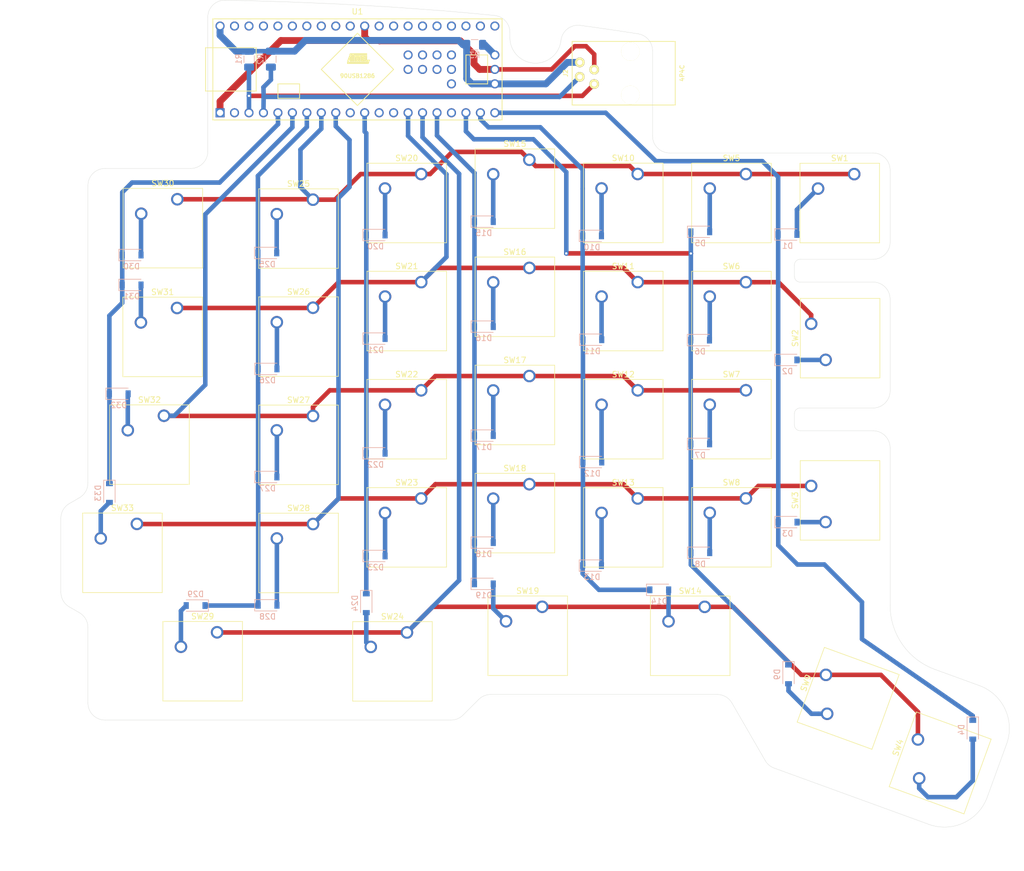
<source format=kicad_pcb>
(kicad_pcb (version 20171130) (host pcbnew 5.1.8-db9833491~88~ubuntu20.04.1)
  (layers (0 F.Cu signal) (31 B.Cu signal) (34 B.Paste user) (35 F.Paste user) (36 B.SilkS user) (37 F.SilkS user) (38 B.Mask user) (39 F.Mask user) (44 Edge.Cuts user))
  (net 0 "")
  (net 1 /KEYS_COL1)
  (net 2 "Net-(D1-Pad2)")
  (net 3 "Net-(D2-Pad2)")
  (net 4 "Net-(D3-Pad2)")
  (net 5 "Net-(D4-Pad2)")
  (net 6 "Net-(D5-Pad2)")
  (net 7 /KEY_COL2)
  (net 8 "Net-(D6-Pad2)")
  (net 9 "Net-(D7-Pad2)")
  (net 10 "Net-(D8-Pad2)")
  (net 11 "Net-(D9-Pad2)")
  (net 12 /KEYS_COL3)
  (net 13 "Net-(D10-Pad2)")
  (net 14 "Net-(D11-Pad2)")
  (net 15 "Net-(D12-Pad2)")
  (net 16 "Net-(D13-Pad2)")
  (net 17 "Net-(D14-Pad2)")
  (net 18 "Net-(D15-Pad2)")
  (net 19 /KEYS_COL4)
  (net 20 "Net-(D16-Pad2)")
  (net 21 "Net-(D17-Pad2)")
  (net 22 "Net-(D18-Pad2)")
  (net 23 "Net-(D19-Pad2)")
  (net 24 "Net-(D20-Pad2)")
  (net 25 /KEYS_COL5)
  (net 26 "Net-(D21-Pad2)")
  (net 27 "Net-(D22-Pad2)")
  (net 28 "Net-(D23-Pad2)")
  (net 29 "Net-(D24-Pad2)")
  (net 30 /KEYS_COL6)
  (net 31 "Net-(D25-Pad2)")
  (net 32 "Net-(D26-Pad2)")
  (net 33 "Net-(D27-Pad2)")
  (net 34 "Net-(D28-Pad2)")
  (net 35 "Net-(D29-Pad2)")
  (net 36 "Net-(D30-Pad2)")
  (net 37 /KEYS_COL7)
  (net 38 "Net-(D31-Pad2)")
  (net 39 "Net-(D32-Pad2)")
  (net 40 "Net-(D33-Pad2)")
  (net 41 /SCL)
  (net 42 /GND)
  (net 43 /SDA)
  (net 44 /VCC)
  (net 45 "Net-(R3-Pad2)")
  (net 46 /KEYS_ROW1)
  (net 47 /KEYS_ROW2)
  (net 48 /KEYS_ROW4)
  (net 49 /KEYS_ROW5)
  (net 50 /KEYS_ROW3)
  (module Diode_SMD:D_SOD-123 (layer B.Cu) (at 234.13 108.41)
    (fp_text reference D1 (at 0 2) (layer B.SilkS) (effects (justify mirror)))
    (fp_text value 1N4148W)
    (pad 1 smd rect (at -1.65 0) (size 0.9 1.2) (layers B.Cu B.Paste B.Mask) (net 1 /KEYS_COL1))
    (pad 2 smd rect (at 1.65 0) (size 0.9 1.2) (layers B.Cu B.Paste B.Mask) (net 2 "Net-(D1-Pad2)"))
  )
  (module Diode_SMD:D_SOD-123 (layer B.Cu) (at 234.125 130.45)
    (fp_text reference D2 (at 0 2) (layer B.SilkS) (effects (justify mirror)))
    (fp_text value 1N4148W)
    (pad 1 smd rect (at -1.65 0) (size 0.9 1.2) (layers B.Cu B.Paste B.Mask) (net 1 /KEYS_COL1))
    (pad 2 smd rect (at 1.65 0) (size 0.9 1.2) (layers B.Cu B.Paste B.Mask) (net 3 "Net-(D2-Pad2)"))
  )
  (module Diode_SMD:D_SOD-123 (layer B.Cu) (at 234.15 158.95)
    (fp_text reference D3 (at 0 2) (layer B.SilkS) (effects (justify mirror)))
    (fp_text value 1N4148W)
    (pad 2 smd rect (at 1.65 0) (size 0.9 1.2) (layers B.Cu B.Paste B.Mask) (net 4 "Net-(D3-Pad2)"))
    (pad 1 smd rect (at -1.65 0) (size 0.9 1.2) (layers B.Cu B.Paste B.Mask) (net 1 /KEYS_COL1))
  )
  (module Diode_SMD:D_SOD-123 (layer B.Cu) (at 266.66 195.43 270)
    (fp_text reference D4 (at 0 2 90) (layer B.SilkS) (effects (justify mirror)))
    (fp_text value 1N4148W)
    (pad 2 smd rect (at 1.65 0 270) (size 0.9 1.2) (layers B.Cu B.Paste B.Mask) (net 5 "Net-(D4-Pad2)"))
    (pad 1 smd rect (at -1.65 0 270) (size 0.9 1.2) (layers B.Cu B.Paste B.Mask) (net 1 /KEYS_COL1))
  )
  (module Diode_SMD:D_SOD-123 (layer B.Cu) (at 218.8 107.94)
    (fp_text reference D5 (at 0 2) (layer B.SilkS) (effects (justify mirror)))
    (fp_text value 1N4148W)
    (pad 2 smd rect (at 1.65 0) (size 0.9 1.2) (layers B.Cu B.Paste B.Mask) (net 6 "Net-(D5-Pad2)"))
    (pad 1 smd rect (at -1.65 0) (size 0.9 1.2) (layers B.Cu B.Paste B.Mask) (net 7 /KEY_COL2))
  )
  (module Diode_SMD:D_SOD-123 (layer B.Cu) (at 218.77 126.97)
    (fp_text reference D6 (at 0 2) (layer B.SilkS) (effects (justify mirror)))
    (fp_text value 1N4148W)
    (pad 2 smd rect (at 1.65 0) (size 0.9 1.2) (layers B.Cu B.Paste B.Mask) (net 8 "Net-(D6-Pad2)"))
    (pad 1 smd rect (at -1.65 0) (size 0.9 1.2) (layers B.Cu B.Paste B.Mask) (net 7 /KEY_COL2))
  )
  (module Diode_SMD:D_SOD-123 (layer B.Cu) (at 218.79 145.21)
    (fp_text reference D7 (at 0 2) (layer B.SilkS) (effects (justify mirror)))
    (fp_text value 1N4148W)
    (pad 2 smd rect (at 1.65 0) (size 0.9 1.2) (layers B.Cu B.Paste B.Mask) (net 9 "Net-(D7-Pad2)"))
    (pad 1 smd rect (at -1.65 0) (size 0.9 1.2) (layers B.Cu B.Paste B.Mask) (net 7 /KEY_COL2))
  )
  (module Diode_SMD:D_SOD-123 (layer B.Cu) (at 218.81 164.33)
    (fp_text reference D8 (at 0 2) (layer B.SilkS) (effects (justify mirror)))
    (fp_text value 1N4148W)
    (pad 1 smd rect (at -1.65 0) (size 0.9 1.2) (layers B.Cu B.Paste B.Mask) (net 7 /KEY_COL2))
    (pad 2 smd rect (at 1.65 0) (size 0.9 1.2) (layers B.Cu B.Paste B.Mask) (net 10 "Net-(D8-Pad2)"))
  )
  (module Diode_SMD:D_SOD-123 (layer B.Cu) (at 234.3 185.7 270)
    (fp_text reference D9 (at 0 2 90) (layer B.SilkS) (effects (justify mirror)))
    (fp_text value 1N4148W)
    (pad 1 smd rect (at -1.65 0 270) (size 0.9 1.2) (layers B.Cu B.Paste B.Mask) (net 7 /KEY_COL2))
    (pad 2 smd rect (at 1.65 0 270) (size 0.9 1.2) (layers B.Cu B.Paste B.Mask) (net 11 "Net-(D9-Pad2)"))
  )
  (module Diode_SMD:D_SOD-123 (layer B.Cu) (at 199.8 108.65)
    (fp_text reference D10 (at 0 2) (layer B.SilkS) (effects (justify mirror)))
    (fp_text value 1N4148W)
    (pad 1 smd rect (at -1.65 0) (size 0.9 1.2) (layers B.Cu B.Paste B.Mask) (net 12 /KEYS_COL3))
    (pad 2 smd rect (at 1.65 0) (size 0.9 1.2) (layers B.Cu B.Paste B.Mask) (net 13 "Net-(D10-Pad2)"))
  )
  (module Diode_SMD:D_SOD-123 (layer B.Cu) (at 199.85 126.9)
    (fp_text reference D11 (at 0 2) (layer B.SilkS) (effects (justify mirror)))
    (fp_text value 1N4148W)
    (pad 2 smd rect (at 1.65 0) (size 0.9 1.2) (layers B.Cu B.Paste B.Mask) (net 14 "Net-(D11-Pad2)"))
    (pad 1 smd rect (at -1.65 0) (size 0.9 1.2) (layers B.Cu B.Paste B.Mask) (net 12 /KEYS_COL3))
  )
  (module Diode_SMD:D_SOD-123 (layer B.Cu) (at 199.85 148.4)
    (fp_text reference D12 (at 0 2) (layer B.SilkS) (effects (justify mirror)))
    (fp_text value 1N4148W)
    (pad 1 smd rect (at -1.65 0) (size 0.9 1.2) (layers B.Cu B.Paste B.Mask) (net 12 /KEYS_COL3))
    (pad 2 smd rect (at 1.65 0) (size 0.9 1.2) (layers B.Cu B.Paste B.Mask) (net 15 "Net-(D12-Pad2)"))
  )
  (module Diode_SMD:D_SOD-123 (layer B.Cu) (at 199.8 166.59)
    (fp_text reference D13 (at 0 2) (layer B.SilkS) (effects (justify mirror)))
    (fp_text value 1N4148W)
    (pad 1 smd rect (at -1.65 0) (size 0.9 1.2) (layers B.Cu B.Paste B.Mask) (net 12 /KEYS_COL3))
    (pad 2 smd rect (at 1.65 0) (size 0.9 1.2) (layers B.Cu B.Paste B.Mask) (net 16 "Net-(D13-Pad2)"))
  )
  (module Diode_SMD:D_SOD-123 (layer B.Cu) (at 211.6 170.85)
    (fp_text reference D14 (at 0 2) (layer B.SilkS) (effects (justify mirror)))
    (fp_text value 1N4148W)
    (pad 1 smd rect (at -1.65 0) (size 0.9 1.2) (layers B.Cu B.Paste B.Mask) (net 12 /KEYS_COL3))
    (pad 2 smd rect (at 1.65 0) (size 0.9 1.2) (layers B.Cu B.Paste B.Mask) (net 17 "Net-(D14-Pad2)"))
  )
  (module Diode_SMD:D_SOD-123 (layer B.Cu) (at 180.8 106.15)
    (fp_text reference D15 (at 0 2) (layer B.SilkS) (effects (justify mirror)))
    (fp_text value 1N4148W)
    (pad 2 smd rect (at 1.65 0) (size 0.9 1.2) (layers B.Cu B.Paste B.Mask) (net 18 "Net-(D15-Pad2)"))
    (pad 1 smd rect (at -1.65 0) (size 0.9 1.2) (layers B.Cu B.Paste B.Mask) (net 19 /KEYS_COL4))
  )
  (module Diode_SMD:D_SOD-123 (layer B.Cu) (at 180.8 124.6)
    (fp_text reference D16 (at 0 2) (layer B.SilkS) (effects (justify mirror)))
    (fp_text value 1N4148W)
    (pad 2 smd rect (at 1.65 0) (size 0.9 1.2) (layers B.Cu B.Paste B.Mask) (net 20 "Net-(D16-Pad2)"))
    (pad 1 smd rect (at -1.65 0) (size 0.9 1.2) (layers B.Cu B.Paste B.Mask) (net 19 /KEYS_COL4))
  )
  (module Diode_SMD:D_SOD-123 (layer B.Cu) (at 180.8 143.75)
    (fp_text reference D17 (at 0 2) (layer B.SilkS) (effects (justify mirror)))
    (fp_text value 1N4148W)
    (pad 1 smd rect (at -1.65 0) (size 0.9 1.2) (layers B.Cu B.Paste B.Mask) (net 19 /KEYS_COL4))
    (pad 2 smd rect (at 1.65 0) (size 0.9 1.2) (layers B.Cu B.Paste B.Mask) (net 21 "Net-(D17-Pad2)"))
  )
  (module Diode_SMD:D_SOD-123 (layer B.Cu) (at 180.8 162.55)
    (fp_text reference D18 (at 0 2) (layer B.SilkS) (effects (justify mirror)))
    (fp_text value 1N4148W)
    (pad 2 smd rect (at 1.65 0) (size 0.9 1.2) (layers B.Cu B.Paste B.Mask) (net 22 "Net-(D18-Pad2)"))
    (pad 1 smd rect (at -1.65 0) (size 0.9 1.2) (layers B.Cu B.Paste B.Mask) (net 19 /KEYS_COL4))
  )
  (module Diode_SMD:D_SOD-123 (layer B.Cu) (at 180.8 169.8)
    (fp_text reference D19 (at 0 2) (layer B.SilkS) (effects (justify mirror)))
    (fp_text value 1N4148W)
    (pad 1 smd rect (at -1.65 0) (size 0.9 1.2) (layers B.Cu B.Paste B.Mask) (net 19 /KEYS_COL4))
    (pad 2 smd rect (at 1.65 0) (size 0.9 1.2) (layers B.Cu B.Paste B.Mask) (net 23 "Net-(D19-Pad2)"))
  )
  (module Diode_SMD:D_SOD-123 (layer B.Cu) (at 161.8 108.5)
    (fp_text reference D20 (at 0 2) (layer B.SilkS) (effects (justify mirror)))
    (fp_text value 1N4148W)
    (pad 2 smd rect (at 1.65 0) (size 0.9 1.2) (layers B.Cu B.Paste B.Mask) (net 24 "Net-(D20-Pad2)"))
    (pad 1 smd rect (at -1.65 0) (size 0.9 1.2) (layers B.Cu B.Paste B.Mask) (net 25 /KEYS_COL5))
  )
  (module Diode_SMD:D_SOD-123 (layer B.Cu) (at 161.8 126.7)
    (fp_text reference D21 (at 0 2) (layer B.SilkS) (effects (justify mirror)))
    (fp_text value 1N4148W)
    (pad 1 smd rect (at -1.65 0) (size 0.9 1.2) (layers B.Cu B.Paste B.Mask) (net 25 /KEYS_COL5))
    (pad 2 smd rect (at 1.65 0) (size 0.9 1.2) (layers B.Cu B.Paste B.Mask) (net 26 "Net-(D21-Pad2)"))
  )
  (module Diode_SMD:D_SOD-123 (layer B.Cu) (at 161.8 146.85)
    (fp_text reference D22 (at 0 2) (layer B.SilkS) (effects (justify mirror)))
    (fp_text value 1N4148W)
    (pad 2 smd rect (at 1.65 0) (size 0.9 1.2) (layers B.Cu B.Paste B.Mask) (net 27 "Net-(D22-Pad2)"))
    (pad 1 smd rect (at -1.65 0) (size 0.9 1.2) (layers B.Cu B.Paste B.Mask) (net 25 /KEYS_COL5))
  )
  (module Diode_SMD:D_SOD-123 (layer B.Cu) (at 161.8 164.9)
    (fp_text reference D23 (at 0 2) (layer B.SilkS) (effects (justify mirror)))
    (fp_text value 1N4148W)
    (pad 1 smd rect (at -1.65 0) (size 0.9 1.2) (layers B.Cu B.Paste B.Mask) (net 25 /KEYS_COL5))
    (pad 2 smd rect (at 1.65 0) (size 0.9 1.2) (layers B.Cu B.Paste B.Mask) (net 28 "Net-(D23-Pad2)"))
  )
  (module Diode_SMD:D_SOD-123 (layer B.Cu) (at 160.15 173.2 270)
    (fp_text reference D24 (at 0 2 90) (layer B.SilkS) (effects (justify mirror)))
    (fp_text value 1N4148W)
    (pad 2 smd rect (at 1.65 0 270) (size 0.9 1.2) (layers B.Cu B.Paste B.Mask) (net 29 "Net-(D24-Pad2)"))
    (pad 1 smd rect (at -1.65 0 270) (size 0.9 1.2) (layers B.Cu B.Paste B.Mask) (net 25 /KEYS_COL5))
  )
  (module Diode_SMD:D_SOD-123 (layer B.Cu) (at 142.77 111.65)
    (fp_text reference D25 (at 0 2) (layer B.SilkS) (effects (justify mirror)))
    (fp_text value 1N4148W)
    (pad 1 smd rect (at -1.65 0) (size 0.9 1.2) (layers B.Cu B.Paste B.Mask) (net 30 /KEYS_COL6))
    (pad 2 smd rect (at 1.65 0) (size 0.9 1.2) (layers B.Cu B.Paste B.Mask) (net 31 "Net-(D25-Pad2)"))
  )
  (module Diode_SMD:D_SOD-123 (layer B.Cu) (at 142.81 132.03)
    (fp_text reference D26 (at 0 2) (layer B.SilkS) (effects (justify mirror)))
    (fp_text value 1N4148W)
    (pad 2 smd rect (at 1.65 0) (size 0.9 1.2) (layers B.Cu B.Paste B.Mask) (net 32 "Net-(D26-Pad2)"))
    (pad 1 smd rect (at -1.65 0) (size 0.9 1.2) (layers B.Cu B.Paste B.Mask) (net 30 /KEYS_COL6))
  )
  (module Diode_SMD:D_SOD-123 (layer B.Cu) (at 142.8 151.02)
    (fp_text reference D27 (at 0 2) (layer B.SilkS) (effects (justify mirror)))
    (fp_text value 1N4148W)
    (pad 1 smd rect (at -1.65 0) (size 0.9 1.2) (layers B.Cu B.Paste B.Mask) (net 30 /KEYS_COL6))
    (pad 2 smd rect (at 1.65 0) (size 0.9 1.2) (layers B.Cu B.Paste B.Mask) (net 33 "Net-(D27-Pad2)"))
  )
  (module Diode_SMD:D_SOD-123 (layer B.Cu) (at 142.81 173.56)
    (fp_text reference D28 (at 0 2) (layer B.SilkS) (effects (justify mirror)))
    (fp_text value 1N4148W)
    (pad 2 smd rect (at 1.65 0) (size 0.9 1.2) (layers B.Cu B.Paste B.Mask) (net 34 "Net-(D28-Pad2)"))
    (pad 1 smd rect (at -1.65 0) (size 0.9 1.2) (layers B.Cu B.Paste B.Mask) (net 30 /KEYS_COL6))
  )
  (module Diode_SMD:D_SOD-123 (layer B.Cu) (at 130.18 173.61 180)
    (fp_text reference D29 (at 0 2) (layer B.SilkS) (effects (justify mirror)))
    (fp_text value 1N4148W)
    (pad 1 smd rect (at -1.65 0 180) (size 0.9 1.2) (layers B.Cu B.Paste B.Mask) (net 30 /KEYS_COL6))
    (pad 2 smd rect (at 1.65 0 180) (size 0.9 1.2) (layers B.Cu B.Paste B.Mask) (net 35 "Net-(D29-Pad2)"))
  )
  (module Diode_SMD:D_SOD-123 (layer B.Cu) (at 118.94 112.02)
    (fp_text reference D30 (at 0 2) (layer B.SilkS) (effects (justify mirror)))
    (fp_text value 1N4148W)
    (pad 2 smd rect (at 1.65 0) (size 0.9 1.2) (layers B.Cu B.Paste B.Mask) (net 36 "Net-(D30-Pad2)"))
    (pad 1 smd rect (at -1.65 0) (size 0.9 1.2) (layers B.Cu B.Paste B.Mask) (net 37 /KEYS_COL7))
  )
  (module Diode_SMD:D_SOD-123 (layer B.Cu) (at 118.94 117.27)
    (fp_text reference D31 (at 0 2) (layer B.SilkS) (effects (justify mirror)))
    (fp_text value 1N4148W)
    (pad 1 smd rect (at -1.65 0) (size 0.9 1.2) (layers B.Cu B.Paste B.Mask) (net 37 /KEYS_COL7))
    (pad 2 smd rect (at 1.65 0) (size 0.9 1.2) (layers B.Cu B.Paste B.Mask) (net 38 "Net-(D31-Pad2)"))
  )
  (module Diode_SMD:D_SOD-123 (layer B.Cu) (at 116.68 136.4)
    (fp_text reference D32 (at 0 2) (layer B.SilkS) (effects (justify mirror)))
    (fp_text value 1N4148W)
    (pad 2 smd rect (at 1.65 0) (size 0.9 1.2) (layers B.Cu B.Paste B.Mask) (net 39 "Net-(D32-Pad2)"))
    (pad 1 smd rect (at -1.65 0) (size 0.9 1.2) (layers B.Cu B.Paste B.Mask) (net 37 /KEYS_COL7))
  )
  (module Diode_SMD:D_SOD-123 (layer B.Cu) (at 115.04 153.84 270)
    (fp_text reference D33 (at 0 2 90) (layer B.SilkS) (effects (justify mirror)))
    (fp_text value 1N4148W)
    (pad 1 smd rect (at -1.65 0 270) (size 0.9 1.2) (layers B.Cu B.Paste B.Mask) (net 37 /KEYS_COL7))
    (pad 2 smd rect (at 1.65 0 270) (size 0.9 1.2) (layers B.Cu B.Paste B.Mask) (net 40 "Net-(D33-Pad2)"))
  )
  (module Resistor_SMD:R_1206_3216Metric (layer B.Cu) (at 139.575 77.6 270)
    (fp_text reference R1 (at 0 1.82 90) (layer B.SilkS) (effects (justify mirror)))
    (fp_text value 4.7K)
    (pad 2 smd roundrect (at 1.4 0 270) (size 1.25 1.75) (layers B.Cu B.Paste B.Mask) (roundrect_rratio 0.2) (net 41 /SCL))
    (pad 1 smd roundrect (at -1.4 0 270) (size 1.25 1.75) (layers B.Cu B.Paste B.Mask) (roundrect_rratio 0.2) (net 44 /VCC))
  )
  (module Resistor_SMD:R_1206_3216Metric (layer B.Cu) (at 143.4 77.6 270)
    (fp_text reference R2 (at 0 1.82 90) (layer B.SilkS) (effects (justify mirror)))
    (fp_text value 4.7K)
    (pad 1 smd roundrect (at -1.4 0 270) (size 1.25 1.75) (layers B.Cu B.Paste B.Mask) (roundrect_rratio 0.2) (net 44 /VCC))
    (pad 2 smd roundrect (at 1.4 0 270) (size 1.25 1.75) (layers B.Cu B.Paste B.Mask) (roundrect_rratio 0.2) (net 43 /SDA))
  )
  (module Resistor_SMD:R_1206_3216Metric (layer B.Cu) (at 179.175 75.075)
    (fp_text reference R3 (at 0 1.82) (layer B.SilkS) (effects (justify mirror)))
    (fp_text value R_Small)
    (pad 1 smd roundrect (at -1.4 0) (size 1.25 1.75) (layers B.Cu B.Paste B.Mask) (roundrect_rratio 0.2) (net 44 /VCC))
    (pad 2 smd roundrect (at 1.4 0) (size 1.25 1.75) (layers B.Cu B.Paste B.Mask) (roundrect_rratio 0.2) (net 45 "Net-(R3-Pad2)"))
  )
  (module Teensy:Teensy2.0++ (layer F.Cu) (at 158.6 79.4)
    (fp_text reference U1 (at 0 -10.16) (layer F.SilkS))
    (fp_text value "Teensy++2.0_(C)")
    (fp_text user 90USB1286 (at 0 1.143) (layer F.SilkS) (effects (font (size 0.7 0.7))))
    (pad 9 thru_hole circle (at -3.81 7.62) (size 1.6 1.6) (drill 1.1) (layers *.Cu *.Mask) (net 48 /KEYS_ROW4))
    (pad 10 thru_hole circle (at -1.27 7.62) (size 1.6 1.6) (drill 1.1) (layers *.Cu *.Mask))
    (pad 11 thru_hole circle (at 1.27 7.62) (size 1.6 1.6) (drill 1.1) (layers *.Cu *.Mask) (net 25 /KEYS_COL5))
    (pad 8 thru_hole circle (at -6.35 7.62) (size 1.6 1.6) (drill 1.1) (layers *.Cu *.Mask) (net 46 /KEYS_ROW1))
    (pad 7 thru_hole circle (at -8.89 7.62) (size 1.6 1.6) (drill 1.1) (layers *.Cu *.Mask) (net 30 /KEYS_COL6))
    (pad 6 thru_hole circle (at -11.43 7.62) (size 1.6 1.6) (drill 1.1) (layers *.Cu *.Mask) (net 50 /KEYS_ROW3))
    (pad 5 thru_hole circle (at -13.97 7.62) (size 1.6 1.6) (drill 1.1) (layers *.Cu *.Mask) (net 37 /KEYS_COL7))
    (pad 4 thru_hole circle (at -16.51 7.62) (size 1.6 1.6) (drill 1.1) (layers *.Cu *.Mask) (net 43 /SDA))
    (pad 3 thru_hole circle (at -19.05 7.62) (size 1.6 1.6) (drill 1.1) (layers *.Cu *.Mask) (net 41 /SCL))
    (pad 2 thru_hole circle (at -21.59 7.62) (size 1.6 1.6) (drill 1.1) (layers *.Cu *.Mask))
    (pad 1 thru_hole rect (at -24.13 7.62) (size 1.6 1.6) (drill 1.1) (layers *.Cu *.Mask) (net 42 /GND))
    (pad 12 thru_hole circle (at 3.81 7.62) (size 1.6 1.6) (drill 1.1) (layers *.Cu *.Mask))
    (pad 13 thru_hole circle (at 6.35 7.62) (size 1.6 1.6) (drill 1.1) (layers *.Cu *.Mask))
    (pad 14 thru_hole circle (at 8.89 7.62) (size 1.6 1.6) (drill 1.1) (layers *.Cu *.Mask) (net 47 /KEYS_ROW2))
    (pad 15 thru_hole circle (at 11.43 7.62) (size 1.6 1.6) (drill 1.1) (layers *.Cu *.Mask) (net 49 /KEYS_ROW5))
    (pad 16 thru_hole circle (at 13.97 7.62) (size 1.6 1.6) (drill 1.1) (layers *.Cu *.Mask) (net 19 /KEYS_COL4))
    (pad 17 thru_hole circle (at 16.51 7.62) (size 1.6 1.6) (drill 1.1) (layers *.Cu *.Mask))
    (pad 18 thru_hole circle (at 19.05 7.62) (size 1.6 1.6) (drill 1.1) (layers *.Cu *.Mask) (net 7 /KEY_COL2))
    (pad 19 thru_hole circle (at 21.59 7.62) (size 1.6 1.6) (drill 1.1) (layers *.Cu *.Mask) (net 12 /KEYS_COL3))
    (pad 20 thru_hole circle (at 24.13 7.62) (size 1.6 1.6) (drill 1.1) (layers *.Cu *.Mask) (net 1 /KEYS_COL1))
    (pad 21 thru_hole circle (at 24.13 2.54) (size 1.6 1.6) (drill 1.1) (layers *.Cu *.Mask) (net 44 /VCC))
    (pad 22 thru_hole circle (at 24.13 0) (size 1.6 1.6) (drill 1.1) (layers *.Cu *.Mask) (net 42 /GND))
    (pad 23 thru_hole circle (at 24.13 -2.54) (size 1.6 1.6) (drill 1.1) (layers *.Cu *.Mask) (net 45 "Net-(R3-Pad2)"))
    (pad 24 thru_hole circle (at 24.13 -7.62) (size 1.6 1.6) (drill 1.1) (layers *.Cu *.Mask))
    (pad 25 thru_hole circle (at 21.59 -7.62) (size 1.6 1.6) (drill 1.1) (layers *.Cu *.Mask))
    (pad 26 thru_hole circle (at 19.05 -7.62) (size 1.6 1.6) (drill 1.1) (layers *.Cu *.Mask))
    (pad 27 thru_hole circle (at 16.51 -7.62) (size 1.6 1.6) (drill 1.1) (layers *.Cu *.Mask))
    (pad 28 thru_hole circle (at 13.97 -7.62) (size 1.6 1.6) (drill 1.1) (layers *.Cu *.Mask))
    (pad 29 thru_hole circle (at 11.43 -7.62) (size 1.6 1.6) (drill 1.1) (layers *.Cu *.Mask))
    (pad 30 thru_hole circle (at 8.89 -7.62) (size 1.6 1.6) (drill 1.1) (layers *.Cu *.Mask))
    (pad 31 thru_hole circle (at 6.35 -7.62) (size 1.6 1.6) (drill 1.1) (layers *.Cu *.Mask))
    (pad 32 thru_hole circle (at 3.81 -7.62) (size 1.6 1.6) (drill 1.1) (layers *.Cu *.Mask))
    (pad 33 thru_hole circle (at 1.27 -7.62) (size 1.6 1.6) (drill 1.1) (layers *.Cu *.Mask) (net 42 /GND))
    (pad 34 thru_hole circle (at -1.27 -7.62) (size 1.6 1.6) (drill 1.1) (layers *.Cu *.Mask))
    (pad 35 thru_hole circle (at -3.81 -7.62) (size 1.6 1.6) (drill 1.1) (layers *.Cu *.Mask))
    (pad 36 thru_hole circle (at -6.35 -7.62) (size 1.6 1.6) (drill 1.1) (layers *.Cu *.Mask))
    (pad 37 thru_hole circle (at -8.89 -7.62) (size 1.6 1.6) (drill 1.1) (layers *.Cu *.Mask))
    (pad 38 thru_hole circle (at -11.43 -7.62) (size 1.6 1.6) (drill 1.1) (layers *.Cu *.Mask))
    (pad 39 thru_hole circle (at -13.97 -7.62) (size 1.6 1.6) (drill 1.1) (layers *.Cu *.Mask))
    (pad 40 thru_hole circle (at -16.51 -7.62) (size 1.6 1.6) (drill 1.1) (layers *.Cu *.Mask))
    (pad 41 thru_hole circle (at -19.05 -7.62) (size 1.6 1.6) (drill 1.1) (layers *.Cu *.Mask))
    (pad 42 thru_hole circle (at -21.59 -7.62) (size 1.6 1.6) (drill 1.1) (layers *.Cu *.Mask))
    (pad 43 thru_hole circle (at -24.13 -7.62) (size 1.6 1.6) (drill 1.1) (layers *.Cu *.Mask) (net 44 /VCC))
    (pad 44 thru_hole circle (at 8.89 -2.54) (size 1.6 1.6) (drill 1.1) (layers *.Cu *.Mask))
    (pad 45 thru_hole circle (at 11.43 -2.54) (size 1.6 1.6) (drill 1.1) (layers *.Cu *.Mask))
    (pad 46 thru_hole circle (at 13.97 -2.54) (size 1.6 1.6) (drill 1.1) (layers *.Cu *.Mask))
    (pad 47 thru_hole circle (at 16.51 -2.54) (size 1.6 1.6) (drill 1.1) (layers *.Cu *.Mask))
    (pad 48 thru_hole circle (at 8.89 0) (size 1.6 1.6) (drill 1.1) (layers *.Cu *.Mask))
    (pad 49 thru_hole circle (at 11.43 0) (size 1.6 1.6) (drill 1.1) (layers *.Cu *.Mask))
    (pad 50 thru_hole circle (at 13.97 0) (size 1.6 1.6) (drill 1.1) (layers *.Cu *.Mask))
    (pad 51 thru_hole circle (at 16.51 0) (size 1.6 1.6) (drill 1.1) (layers *.Cu *.Mask))
    (pad 52 thru_hole circle (at 16.51 2.54) (size 1.6 1.6) (drill 1.1) (layers *.Cu *.Mask))
  )
  (module UGL:4P4C_Jack_0955012441 (layer F.Cu) (at 214.41 80.07 90)
    (fp_text reference J2 (at 0 -19.25 90) (layer F.SilkS) (effects (font (size 0.75 0.75))))
    (fp_text value 4P4C (at 0 1.2 90) (layer F.SilkS) (effects (font (size 0.75 0.75))))
    (pad "" np_thru_hole circle (at -3.82 -7.88 90) (size 3.25 3.25) (drill 3.25) (layers *.Cu *.Mask F.SilkS))
    (pad "" np_thru_hole circle (at 3.82 -7.88 90) (size 3.25 3.25) (drill 3.25) (layers *.Cu *.Mask F.SilkS))
    (pad 4 thru_hole circle (at -1.905 -14.23 90) (size 1.7 1.7) (drill 0.9) (layers *.Cu *.Mask F.SilkS) (net 41 /SCL))
    (pad 2 thru_hole circle (at 0.635 -14.23 90) (size 1.7 1.7) (drill 0.9) (layers *.Cu *.Mask F.SilkS) (net 42 /GND))
    (pad 3 thru_hole circle (at -0.635 -16.77 90) (size 1.7 1.7) (drill 0.9) (layers *.Cu *.Mask F.SilkS) (net 43 /SDA))
    (pad 1 thru_hole circle (at 1.905 -16.77 90) (size 1.7 1.7) (drill 0.9) (layers *.Cu *.Mask F.SilkS) (net 44 /VCC))
  )
  (module CherryMX:SW_Cherry_MX_1.00u_Plate (layer F.Cu) (at 245.84 97.8)
    (fp_text reference SW1 (at -2.54 -2.794) (layer F.SilkS))
    (fp_text value FL1)
    (pad "" np_thru_hole circle (at -2.54 5.08) (size 4 4) (drill 4) (layers *.Cu *.Mask))
    (pad 2 thru_hole circle (at -6.35 2.54) (size 2.2 2.2) (drill 1.5) (layers *.Cu *.Mask) (net 2 "Net-(D1-Pad2)"))
    (pad 1 thru_hole circle (at 0 0) (size 2.2 2.2) (drill 1.5) (layers *.Cu *.Mask) (net 46 /KEYS_ROW1))
  )
  (module CherryMX:SW_Cherry_MX_1.50u_Plate (layer F.Cu) (at 238.28 124.09 90)
    (fp_text reference SW2 (at -2.54 -2.794 90) (layer F.SilkS))
    (fp_text value FL2)
    (pad "" np_thru_hole circle (at -2.54 5.08 90) (size 4 4) (drill 4) (layers *.Cu *.Mask))
    (pad 2 thru_hole circle (at -6.35 2.54 90) (size 2.2 2.2) (drill 1.5) (layers *.Cu *.Mask) (net 3 "Net-(D2-Pad2)"))
    (pad 1 thru_hole circle (at 0 0 90) (size 2.2 2.2) (drill 1.5) (layers *.Cu *.Mask) (net 47 /KEYS_ROW2))
  )
  (module CherryMX:SW_Cherry_MX_1.50u_Plate (layer F.Cu) (at 238.27 152.59 90)
    (fp_text reference SW3 (at -2.54 -2.794 90) (layer F.SilkS))
    (fp_text value FL3)
    (pad 1 thru_hole circle (at 0 0 90) (size 2.2 2.2) (drill 1.5) (layers *.Cu *.Mask) (net 48 /KEYS_ROW4))
    (pad 2 thru_hole circle (at -6.35 2.54 90) (size 2.2 2.2) (drill 1.5) (layers *.Cu *.Mask) (net 4 "Net-(D3-Pad2)"))
    (pad "" np_thru_hole circle (at -2.54 5.08 90) (size 4 4) (drill 4) (layers *.Cu *.Mask))
  )
  (module CherryMX:SW_Cherry_MX_1.75u_Plate (layer F.Cu) (at 257.03 197.14 70)
    (fp_text reference SW4 (at -2.54 -2.794 70) (layer F.SilkS))
    (fp_text value Fn)
    (pad 1 thru_hole circle (at 0 0 70) (size 2.2 2.2) (drill 1.5) (layers *.Cu *.Mask) (net 49 /KEYS_ROW5))
    (pad 2 thru_hole circle (at -6.35 2.54 70) (size 2.2 2.2) (drill 1.5) (layers *.Cu *.Mask) (net 5 "Net-(D4-Pad2)"))
    (pad "" np_thru_hole circle (at -2.54 5.08 70) (size 4 4) (drill 4) (layers *.Cu *.Mask))
  )
  (module CherryMX:SW_Cherry_MX_1.00u_Plate (layer F.Cu) (at 226.82 97.79)
    (fp_text reference SW5 (at -2.54 -2.794) (layer F.SilkS))
    (fp_text value 5)
    (pad "" np_thru_hole circle (at -2.54 5.08) (size 4 4) (drill 4) (layers *.Cu *.Mask))
    (pad 2 thru_hole circle (at -6.35 2.54) (size 2.2 2.2) (drill 1.5) (layers *.Cu *.Mask) (net 6 "Net-(D5-Pad2)"))
    (pad 1 thru_hole circle (at 0 0) (size 2.2 2.2) (drill 1.5) (layers *.Cu *.Mask) (net 46 /KEYS_ROW1))
  )
  (module CherryMX:SW_Cherry_MX_1.00u_Plate (layer F.Cu) (at 226.82 116.79)
    (fp_text reference SW6 (at -2.54 -2.794) (layer F.SilkS))
    (fp_text value T)
    (pad "" np_thru_hole circle (at -2.54 5.08) (size 4 4) (drill 4) (layers *.Cu *.Mask))
    (pad 2 thru_hole circle (at -6.35 2.54) (size 2.2 2.2) (drill 1.5) (layers *.Cu *.Mask) (net 8 "Net-(D6-Pad2)"))
    (pad 1 thru_hole circle (at 0 0) (size 2.2 2.2) (drill 1.5) (layers *.Cu *.Mask) (net 47 /KEYS_ROW2))
  )
  (module CherryMX:SW_Cherry_MX_1.00u_Plate (layer F.Cu) (at 226.82 135.78)
    (fp_text reference SW7 (at -2.54 -2.794) (layer F.SilkS))
    (fp_text value G)
    (pad 1 thru_hole circle (at 0 0) (size 2.2 2.2) (drill 1.5) (layers *.Cu *.Mask) (net 50 /KEYS_ROW3))
    (pad 2 thru_hole circle (at -6.35 2.54) (size 2.2 2.2) (drill 1.5) (layers *.Cu *.Mask) (net 9 "Net-(D7-Pad2)"))
    (pad "" np_thru_hole circle (at -2.54 5.08) (size 4 4) (drill 4) (layers *.Cu *.Mask))
  )
  (module CherryMX:SW_Cherry_MX_1.00u_Plate (layer F.Cu) (at 226.82 154.78)
    (fp_text reference SW8 (at -2.54 -2.794) (layer F.SilkS))
    (fp_text value B)
    (pad 1 thru_hole circle (at 0 0) (size 2.2 2.2) (drill 1.5) (layers *.Cu *.Mask) (net 48 /KEYS_ROW4))
    (pad 2 thru_hole circle (at -6.35 2.54) (size 2.2 2.2) (drill 1.5) (layers *.Cu *.Mask) (net 10 "Net-(D8-Pad2)"))
    (pad "" np_thru_hole circle (at -2.54 5.08) (size 4 4) (drill 4) (layers *.Cu *.Mask))
  )
  (module CherryMX:SW_Cherry_MX_1.75u_Plate (layer F.Cu) (at 240.87 185.79 70)
    (fp_text reference SW9 (at -2.54 -2.794 70) (layer F.SilkS))
    (fp_text value Mod)
    (pad "" np_thru_hole circle (at -2.54 5.08 70) (size 4 4) (drill 4) (layers *.Cu *.Mask))
    (pad 2 thru_hole circle (at -6.35 2.54 70) (size 2.2 2.2) (drill 1.5) (layers *.Cu *.Mask) (net 11 "Net-(D9-Pad2)"))
    (pad 1 thru_hole circle (at 0 0 70) (size 2.2 2.2) (drill 1.5) (layers *.Cu *.Mask) (net 49 /KEYS_ROW5))
  )
  (module CherryMX:SW_Cherry_MX_1.00u_Plate (layer F.Cu) (at 207.82 97.78)
    (fp_text reference SW10 (at -2.54 -2.794) (layer F.SilkS))
    (fp_text value 4)
    (pad "" np_thru_hole circle (at -2.54 5.08) (size 4 4) (drill 4) (layers *.Cu *.Mask))
    (pad 2 thru_hole circle (at -6.35 2.54) (size 2.2 2.2) (drill 1.5) (layers *.Cu *.Mask) (net 13 "Net-(D10-Pad2)"))
    (pad 1 thru_hole circle (at 0 0) (size 2.2 2.2) (drill 1.5) (layers *.Cu *.Mask) (net 46 /KEYS_ROW1))
  )
  (module CherryMX:SW_Cherry_MX_1.00u_Plate (layer F.Cu) (at 207.82 116.78)
    (fp_text reference SW11 (at -2.54 -2.794) (layer F.SilkS))
    (fp_text value R)
    (pad "" np_thru_hole circle (at -2.54 5.08) (size 4 4) (drill 4) (layers *.Cu *.Mask))
    (pad 2 thru_hole circle (at -6.35 2.54) (size 2.2 2.2) (drill 1.5) (layers *.Cu *.Mask) (net 14 "Net-(D11-Pad2)"))
    (pad 1 thru_hole circle (at 0 0) (size 2.2 2.2) (drill 1.5) (layers *.Cu *.Mask) (net 47 /KEYS_ROW2))
  )
  (module CherryMX:SW_Cherry_MX_1.00u_Plate (layer F.Cu) (at 207.82 135.79)
    (fp_text reference SW12 (at -2.54 -2.794) (layer F.SilkS))
    (fp_text value F)
    (pad "" np_thru_hole circle (at -2.54 5.08) (size 4 4) (drill 4) (layers *.Cu *.Mask))
    (pad 2 thru_hole circle (at -6.35 2.54) (size 2.2 2.2) (drill 1.5) (layers *.Cu *.Mask) (net 15 "Net-(D12-Pad2)"))
    (pad 1 thru_hole circle (at 0 0) (size 2.2 2.2) (drill 1.5) (layers *.Cu *.Mask) (net 50 /KEYS_ROW3))
  )
  (module CherryMX:SW_Cherry_MX_1.00u_Plate (layer F.Cu) (at 207.82 154.79)
    (fp_text reference SW13 (at -2.54 -2.794) (layer F.SilkS))
    (fp_text value V)
    (pad 1 thru_hole circle (at 0 0) (size 2.2 2.2) (drill 1.5) (layers *.Cu *.Mask) (net 48 /KEYS_ROW4))
    (pad 2 thru_hole circle (at -6.35 2.54) (size 2.2 2.2) (drill 1.5) (layers *.Cu *.Mask) (net 16 "Net-(D13-Pad2)"))
    (pad "" np_thru_hole circle (at -2.54 5.08) (size 4 4) (drill 4) (layers *.Cu *.Mask))
  )
  (module CherryMX:SW_Cherry_MX_1.75u_Plate (layer F.Cu) (at 219.58 173.84)
    (fp_text reference SW14 (at -2.54 -2.794) (layer F.SilkS))
    (fp_text value Tab)
    (pad "" np_thru_hole circle (at -2.54 5.08) (size 4 4) (drill 4) (layers *.Cu *.Mask))
    (pad 2 thru_hole circle (at -6.35 2.54) (size 2.2 2.2) (drill 1.5) (layers *.Cu *.Mask) (net 17 "Net-(D14-Pad2)"))
    (pad 1 thru_hole circle (at 0 0) (size 2.2 2.2) (drill 1.5) (layers *.Cu *.Mask) (net 49 /KEYS_ROW5))
  )
  (module CherryMX:SW_Cherry_MX_1.00u_Plate (layer F.Cu) (at 188.79 95.28)
    (fp_text reference SW15 (at -2.54 -2.794) (layer F.SilkS))
    (fp_text value 3)
    (pad "" np_thru_hole circle (at -2.54 5.08) (size 4 4) (drill 4) (layers *.Cu *.Mask))
    (pad 2 thru_hole circle (at -6.35 2.54) (size 2.2 2.2) (drill 1.5) (layers *.Cu *.Mask) (net 18 "Net-(D15-Pad2)"))
    (pad 1 thru_hole circle (at 0 0) (size 2.2 2.2) (drill 1.5) (layers *.Cu *.Mask) (net 46 /KEYS_ROW1))
  )
  (module CherryMX:SW_Cherry_MX_1.00u_Plate (layer F.Cu) (at 188.79 114.28)
    (fp_text reference SW16 (at -2.54 -2.794) (layer F.SilkS))
    (fp_text value E)
    (pad 1 thru_hole circle (at 0 0) (size 2.2 2.2) (drill 1.5) (layers *.Cu *.Mask) (net 47 /KEYS_ROW2))
    (pad 2 thru_hole circle (at -6.35 2.54) (size 2.2 2.2) (drill 1.5) (layers *.Cu *.Mask) (net 20 "Net-(D16-Pad2)"))
    (pad "" np_thru_hole circle (at -2.54 5.08) (size 4 4) (drill 4) (layers *.Cu *.Mask))
  )
  (module CherryMX:SW_Cherry_MX_1.00u_Plate (layer F.Cu) (at 188.79 133.28)
    (fp_text reference SW17 (at -2.54 -2.794) (layer F.SilkS))
    (fp_text value D)
    (pad 1 thru_hole circle (at 0 0) (size 2.2 2.2) (drill 1.5) (layers *.Cu *.Mask) (net 50 /KEYS_ROW3))
    (pad 2 thru_hole circle (at -6.35 2.54) (size 2.2 2.2) (drill 1.5) (layers *.Cu *.Mask) (net 21 "Net-(D17-Pad2)"))
    (pad "" np_thru_hole circle (at -2.54 5.08) (size 4 4) (drill 4) (layers *.Cu *.Mask))
  )
  (module CherryMX:SW_Cherry_MX_1.00u_Plate (layer F.Cu) (at 188.79 152.29)
    (fp_text reference SW18 (at -2.54 -2.794) (layer F.SilkS))
    (fp_text value C)
    (pad 1 thru_hole circle (at 0 0) (size 2.2 2.2) (drill 1.5) (layers *.Cu *.Mask) (net 48 /KEYS_ROW4))
    (pad 2 thru_hole circle (at -6.35 2.54) (size 2.2 2.2) (drill 1.5) (layers *.Cu *.Mask) (net 22 "Net-(D18-Pad2)"))
    (pad "" np_thru_hole circle (at -2.54 5.08) (size 4 4) (drill 4) (layers *.Cu *.Mask))
  )
  (module CherryMX:SW_Cherry_MX_1.25u_Plate (layer F.Cu) (at 191.04 173.83)
    (fp_text reference SW19 (at -2.54 -2.794) (layer F.SilkS))
    (fp_text value Cmd)
    (pad "" np_thru_hole circle (at -2.54 5.08) (size 4 4) (drill 4) (layers *.Cu *.Mask))
    (pad 2 thru_hole circle (at -6.35 2.54) (size 2.2 2.2) (drill 1.5) (layers *.Cu *.Mask) (net 23 "Net-(D19-Pad2)"))
    (pad 1 thru_hole circle (at 0 0) (size 2.2 2.2) (drill 1.5) (layers *.Cu *.Mask) (net 49 /KEYS_ROW5))
  )
  (module CherryMX:SW_Cherry_MX_1.00u_Plate (layer F.Cu) (at 169.79 97.79)
    (fp_text reference SW20 (at -2.54 -2.794) (layer F.SilkS))
    (fp_text value 2)
    (pad 1 thru_hole circle (at 0 0) (size 2.2 2.2) (drill 1.5) (layers *.Cu *.Mask) (net 46 /KEYS_ROW1))
    (pad 2 thru_hole circle (at -6.35 2.54) (size 2.2 2.2) (drill 1.5) (layers *.Cu *.Mask) (net 24 "Net-(D20-Pad2)"))
    (pad "" np_thru_hole circle (at -2.54 5.08) (size 4 4) (drill 4) (layers *.Cu *.Mask))
  )
  (module CherryMX:SW_Cherry_MX_1.00u_Plate (layer F.Cu) (at 169.8 116.78)
    (fp_text reference SW21 (at -2.54 -2.794) (layer F.SilkS))
    (fp_text value W)
    (pad 1 thru_hole circle (at 0 0) (size 2.2 2.2) (drill 1.5) (layers *.Cu *.Mask) (net 47 /KEYS_ROW2))
    (pad 2 thru_hole circle (at -6.35 2.54) (size 2.2 2.2) (drill 1.5) (layers *.Cu *.Mask) (net 26 "Net-(D21-Pad2)"))
    (pad "" np_thru_hole circle (at -2.54 5.08) (size 4 4) (drill 4) (layers *.Cu *.Mask))
  )
  (module CherryMX:SW_Cherry_MX_1.00u_Plate (layer F.Cu) (at 169.79 135.79)
    (fp_text reference SW22 (at -2.54 -2.794) (layer F.SilkS))
    (fp_text value S)
    (pad 1 thru_hole circle (at 0 0) (size 2.2 2.2) (drill 1.5) (layers *.Cu *.Mask) (net 50 /KEYS_ROW3))
    (pad 2 thru_hole circle (at -6.35 2.54) (size 2.2 2.2) (drill 1.5) (layers *.Cu *.Mask) (net 27 "Net-(D22-Pad2)"))
    (pad "" np_thru_hole circle (at -2.54 5.08) (size 4 4) (drill 4) (layers *.Cu *.Mask))
  )
  (module CherryMX:SW_Cherry_MX_1.00u_Plate (layer F.Cu) (at 169.79 154.79)
    (fp_text reference SW23 (at -2.54 -2.794) (layer F.SilkS))
    (fp_text value X)
    (pad 1 thru_hole circle (at 0 0) (size 2.2 2.2) (drill 1.5) (layers *.Cu *.Mask) (net 48 /KEYS_ROW4))
    (pad 2 thru_hole circle (at -6.35 2.54) (size 2.2 2.2) (drill 1.5) (layers *.Cu *.Mask) (net 28 "Net-(D23-Pad2)"))
    (pad "" np_thru_hole circle (at -2.54 5.08) (size 4 4) (drill 4) (layers *.Cu *.Mask))
  )
  (module CherryMX:SW_Cherry_MX_1.25u_Plate (layer F.Cu) (at 167.29 178.34)
    (fp_text reference SW24 (at -2.54 -2.794) (layer F.SilkS))
    (fp_text value Alt)
    (pad 1 thru_hole circle (at 0 0) (size 2.2 2.2) (drill 1.5) (layers *.Cu *.Mask) (net 49 /KEYS_ROW5))
    (pad 2 thru_hole circle (at -6.35 2.54) (size 2.2 2.2) (drill 1.5) (layers *.Cu *.Mask) (net 29 "Net-(D24-Pad2)"))
    (pad "" np_thru_hole circle (at -2.54 5.08) (size 4 4) (drill 4) (layers *.Cu *.Mask))
  )
  (module CherryMX:SW_Cherry_MX_1.00u_Plate (layer F.Cu) (at 150.79 102.29)
    (fp_text reference SW25 (at -2.54 -2.794) (layer F.SilkS))
    (fp_text value 1)
    (pad 1 thru_hole circle (at 0 0) (size 2.2 2.2) (drill 1.5) (layers *.Cu *.Mask) (net 46 /KEYS_ROW1))
    (pad 2 thru_hole circle (at -6.35 2.54) (size 2.2 2.2) (drill 1.5) (layers *.Cu *.Mask) (net 31 "Net-(D25-Pad2)"))
    (pad "" np_thru_hole circle (at -2.54 5.08) (size 4 4) (drill 4) (layers *.Cu *.Mask))
  )
  (module CherryMX:SW_Cherry_MX_1.00u_Plate (layer F.Cu) (at 150.79 121.28)
    (fp_text reference SW26 (at -2.54 -2.794) (layer F.SilkS))
    (fp_text value Q)
    (pad "" np_thru_hole circle (at -2.54 5.08) (size 4 4) (drill 4) (layers *.Cu *.Mask))
    (pad 2 thru_hole circle (at -6.35 2.54) (size 2.2 2.2) (drill 1.5) (layers *.Cu *.Mask) (net 32 "Net-(D26-Pad2)"))
    (pad 1 thru_hole circle (at 0 0) (size 2.2 2.2) (drill 1.5) (layers *.Cu *.Mask) (net 47 /KEYS_ROW2))
  )
  (module CherryMX:SW_Cherry_MX_1.00u_Plate (layer F.Cu) (at 150.79 140.29)
    (fp_text reference SW27 (at -2.54 -2.794) (layer F.SilkS))
    (fp_text value A)
    (pad "" np_thru_hole circle (at -2.54 5.08) (size 4 4) (drill 4) (layers *.Cu *.Mask))
    (pad 2 thru_hole circle (at -6.35 2.54) (size 2.2 2.2) (drill 1.5) (layers *.Cu *.Mask) (net 33 "Net-(D27-Pad2)"))
    (pad 1 thru_hole circle (at 0 0) (size 2.2 2.2) (drill 1.5) (layers *.Cu *.Mask) (net 50 /KEYS_ROW3))
  )
  (module CherryMX:SW_Cherry_MX_1.00u_Plate (layer F.Cu) (at 150.8 159.29)
    (fp_text reference SW28 (at -2.54 -2.794) (layer F.SilkS))
    (fp_text value Z)
    (pad "" np_thru_hole circle (at -2.54 5.08) (size 4 4) (drill 4) (layers *.Cu *.Mask))
    (pad 2 thru_hole circle (at -6.35 2.54) (size 2.2 2.2) (drill 1.5) (layers *.Cu *.Mask) (net 34 "Net-(D28-Pad2)"))
    (pad 1 thru_hole circle (at 0 0) (size 2.2 2.2) (drill 1.5) (layers *.Cu *.Mask) (net 48 /KEYS_ROW4))
  )
  (module CherryMX:SW_Cherry_MX_2.25u_Plate (layer F.Cu) (at 133.95 178.31)
    (fp_text reference SW29 (at -2.54 -2.794) (layer F.SilkS))
    (fp_text value Ctrl)
    (pad "" np_thru_hole circle (at -2.54 5.08) (size 4 4) (drill 4) (layers *.Cu *.Mask))
    (pad 2 thru_hole circle (at -6.35 2.54) (size 2.2 2.2) (drill 1.5) (layers *.Cu *.Mask) (net 35 "Net-(D29-Pad2)"))
    (pad 1 thru_hole circle (at 0 0) (size 2.2 2.2) (drill 1.5) (layers *.Cu *.Mask) (net 49 /KEYS_ROW5))
  )
  (module CherryMX:SW_Cherry_MX_1.50u_Plate (layer F.Cu) (at 126.97 102.22)
    (fp_text reference SW30 (at -2.54 -2.794) (layer F.SilkS))
    (fp_text value FL4)
    (pad "" np_thru_hole circle (at -2.54 5.08) (size 4 4) (drill 4) (layers *.Cu *.Mask))
    (pad 2 thru_hole circle (at -6.35 2.54) (size 2.2 2.2) (drill 1.5) (layers *.Cu *.Mask) (net 36 "Net-(D30-Pad2)"))
    (pad 1 thru_hole circle (at 0 0) (size 2.2 2.2) (drill 1.5) (layers *.Cu *.Mask) (net 46 /KEYS_ROW1))
  )
  (module CherryMX:SW_Cherry_MX_1.50u_Plate (layer F.Cu) (at 126.92 121.32)
    (fp_text reference SW31 (at -2.54 -2.794) (layer F.SilkS))
    (fp_text value ESC)
    (pad 1 thru_hole circle (at 0 0) (size 2.2 2.2) (drill 1.5) (layers *.Cu *.Mask) (net 47 /KEYS_ROW2))
    (pad 2 thru_hole circle (at -6.35 2.54) (size 2.2 2.2) (drill 1.5) (layers *.Cu *.Mask) (net 38 "Net-(D31-Pad2)"))
    (pad "" np_thru_hole circle (at -2.54 5.08) (size 4 4) (drill 4) (layers *.Cu *.Mask))
  )
  (module CherryMX:SW_Cherry_MX_1.75u_Plate (layer F.Cu) (at 124.62 140.26)
    (fp_text reference SW32 (at -2.54 -2.794) (layer F.SilkS))
    (fp_text value BS)
    (pad 1 thru_hole circle (at 0 0) (size 2.2 2.2) (drill 1.5) (layers *.Cu *.Mask) (net 50 /KEYS_ROW3))
    (pad 2 thru_hole circle (at -6.35 2.54) (size 2.2 2.2) (drill 1.5) (layers *.Cu *.Mask) (net 39 "Net-(D32-Pad2)"))
    (pad "" np_thru_hole circle (at -2.54 5.08) (size 4 4) (drill 4) (layers *.Cu *.Mask))
  )
  (module CherryMX:SW_Cherry_MX_2.25u_Plate (layer F.Cu) (at 119.87 159.26)
    (fp_text reference SW33 (at -2.54 -2.794) (layer F.SilkS))
    (fp_text value Shift)
    (pad 1 thru_hole circle (at 0 0) (size 2.2 2.2) (drill 1.5) (layers *.Cu *.Mask) (net 48 /KEYS_ROW4))
    (pad 2 thru_hole circle (at -6.35 2.54) (size 2.2 2.2) (drill 1.5) (layers *.Cu *.Mask) (net 40 "Net-(D33-Pad2)"))
    (pad "" np_thru_hole circle (at -2.54 5.08) (size 4 4) (drill 4) (layers *.Cu *.Mask))
  )
  (gr_arc (start 135.315721 70.229416) (end 135.377558 67.230053) (angle -91.181099) (layer Edge.Cuts) (width 0.05))
  (gr_line (start 132.315721 93.804489) (end 132.315721 70.229416) (layer Edge.Cuts) (width 0.05))
  (gr_line (start 178.160142 69.491166) (end 182.668992 69.920121) (layer Edge.Cuts) (width 0.05))
  (gr_line (start 173.64525 69.102677) (end 178.160142 69.491166) (layer Edge.Cuts) (width 0.05))
  (gr_line (start 164.599839 68.441391) (end 173.64525 69.102677) (layer Edge.Cuts) (width 0.05))
  (gr_line (start 155.538804 67.924515) (end 164.599839 68.441391) (layer Edge.Cuts) (width 0.05))
  (gr_line (start 146.468065 67.539719) (end 155.538804 67.924515) (layer Edge.Cuts) (width 0.05))
  (gr_line (start 137.392015 67.274155) (end 146.468065 67.539719) (layer Edge.Cuts) (width 0.05))
  (gr_line (start 135.377549 67.230057) (end 137.392015 67.274155) (layer Edge.Cuts) (width 0.05))
  (gr_arc (start 129.315721 93.804489) (end 129.315721 96.804489) (angle -90.000003) (layer Edge.Cuts) (width 0.05))
  (gr_line (start 114.265855 96.804489) (end 129.315721 96.804489) (layer Edge.Cuts) (width 0.05))
  (gr_line (start 252.143052 135.896561) (end 252.143052 119.770157) (layer Edge.Cuts) (width 0.05))
  (gr_arc (start 249.143052 135.896561) (end 249.143052 138.896561) (angle -90.000003) (layer Edge.Cuts) (width 0.05))
  (gr_arc (start 249.143052 119.770157) (end 252.143052 119.770157) (angle -90.000003) (layer Edge.Cuts) (width 0.05))
  (gr_line (start 236.343065 116.770157) (end 249.143052 116.770157) (layer Edge.Cuts) (width 0.05))
  (gr_arc (start 236.343065 115.770157) (end 235.343065 115.770157) (angle -89.999992) (layer Edge.Cuts) (width 0.05))
  (gr_line (start 235.343065 115.770157) (end 235.343065 113.770157) (layer Edge.Cuts) (width 0.05))
  (gr_arc (start 236.343065 113.770157) (end 236.343065 112.770157) (angle -90.000002) (layer Edge.Cuts) (width 0.05))
  (gr_line (start 249.143052 112.770157) (end 236.343065 112.770157) (layer Edge.Cuts) (width 0.05))
  (gr_arc (start 249.143052 109.770157) (end 249.143052 112.770157) (angle -90.000003) (layer Edge.Cuts) (width 0.05))
  (gr_line (start 252.143052 109.770157) (end 252.143052 97.085038) (layer Edge.Cuts) (width 0.05))
  (gr_arc (start 249.143052 97.085038) (end 252.143052 97.085038) (angle -90.000003) (layer Edge.Cuts) (width 0.05))
  (gr_line (start 249.143052 94.085038) (end 213.422044 94.085038) (layer Edge.Cuts) (width 0.05))
  (gr_arc (start 213.422044 91.085038) (end 210.422044 91.085038) (angle -89.999992) (layer Edge.Cuts) (width 0.05))
  (gr_line (start 210.422044 91.085038) (end 210.422044 76.112015) (layer Edge.Cuts) (width 0.05))
  (gr_arc (start 207.422044 76.112015) (end 210.422044 76.112015) (angle -81.027627) (layer Edge.Cuts) (width 0.05))
  (gr_arc (start 141.254136 495.187637) (end 207.889943 73.148733) (angle -1.378093) (layer Edge.Cuts) (width 0.05))
  (gr_arc (start 197.324144 74.641892) (end 197.720616 71.668205) (angle -91.183661) (layer Edge.Cuts) (width 0.05))
  (gr_arc (start 189.87108 73.804489) (end 185.37108 73.804489) (angle -173.589374) (layer Edge.Cuts) (width 0.05))
  (gr_line (start 185.37108 73.804489) (end 185.37108 72.905289) (layer Edge.Cuts) (width 0.05))
  (gr_arc (start 182.37108 72.905289) (end 185.37108 72.905289) (angle -84.300981) (layer Edge.Cuts) (width 0.05))
  (gr_arc (start 114.265855 99.804489) (end 114.265855 96.804489) (angle -89.999992) (layer Edge.Cuts) (width 0.05))
  (gr_line (start 111.265855 152.072434) (end 111.265855 99.804489) (layer Edge.Cuts) (width 0.05))
  (gr_arc (start 108.265855 152.072434) (end 109.765855 154.67051) (angle -60.000002) (layer Edge.Cuts) (width 0.05))
  (gr_line (start 108.012681 155.682724) (end 109.765855 154.670517) (layer Edge.Cuts) (width 0.05))
  (gr_arc (start 109.512681 158.280808) (end 108.012681 155.682732) (angle -59.999992) (layer Edge.Cuts) (width 0.05))
  (gr_line (start 106.512681 158.280808) (end 106.512681 171.258713) (layer Edge.Cuts) (width 0.05))
  (gr_arc (start 109.512681 171.258713) (end 106.512681 171.258713) (angle -59.999992) (layer Edge.Cuts) (width 0.05))
  (gr_line (start 109.765855 174.869004) (end 108.012681 173.856797) (layer Edge.Cuts) (width 0.05))
  (gr_arc (start 108.265855 177.467087) (end 111.265855 177.467087) (angle -60.000002) (layer Edge.Cuts) (width 0.05))
  (gr_line (start 111.265855 190.735031) (end 111.265855 177.467087) (layer Edge.Cuts) (width 0.05))
  (gr_arc (start 114.265855 190.735031) (end 111.265855 190.73503) (angle -90.000002) (layer Edge.Cuts) (width 0.05))
  (gr_line (start 114.265855 193.735031) (end 175.02324 193.735031) (layer Edge.Cuts) (width 0.05))
  (gr_arc (start 175.02324 190.735031) (end 175.02324 193.735031) (angle -45.000002) (layer Edge.Cuts) (width 0.05))
  (gr_line (start 177.144517 192.856339) (end 179.887193 190.113724) (layer Edge.Cuts) (width 0.05))
  (gr_arc (start 182.008531 192.235031) (end 182.008531 189.235031) (angle -44.999997) (layer Edge.Cuts) (width 0.05))
  (gr_line (start 182.008531 189.235031) (end 221.770067 189.235031) (layer Edge.Cuts) (width 0.05))
  (gr_arc (start 221.770067 192.235031) (end 224.368143 190.735031) (angle -60.000002) (layer Edge.Cuts) (width 0.05))
  (gr_line (start 224.36815 190.735031) (end 230.209581 200.852707) (layer Edge.Cuts) (width 0.05))
  (gr_arc (start 232.807664 199.352707) (end 230.209588 200.852707) (angle -39.999998) (layer Edge.Cuts) (width 0.05))
  (gr_line (start 231.781602 202.171769) (end 258.946336 212.058944) (layer Edge.Cuts) (width 0.05))
  (gr_arc (start 261.682481 204.541397) (end 258.94632 212.058937) (angle -89.999998) (layer Edge.Cuts) (width 0.05))
  (gr_line (start 269.200059 207.277542) (end 272.60222 197.930161) (layer Edge.Cuts) (width 0.05))
  (gr_arc (start 265.084642 195.193985) (end 272.602183 197.930146) (angle -90.000001) (layer Edge.Cuts) (width 0.05))
  (gr_line (start 267.820848 187.676468) (end 260.038804 184.84404) (layer Edge.Cuts) (width 0.05))
  (gr_arc (start 264.143052 173.567734) (end 252.143052 173.567735) (angle -69.999996) (layer Edge.Cuts) (width 0.05))
  (gr_line (start 252.143052 173.567734) (end 252.143052 145.896561) (layer Edge.Cuts) (width 0.05))
  (gr_arc (start 249.143052 145.896561) (end 252.143052 145.896561) (angle -90.000003) (layer Edge.Cuts) (width 0.05))
  (gr_line (start 236.343065 142.896561) (end 249.143052 142.896561) (layer Edge.Cuts) (width 0.05))
  (gr_arc (start 236.343065 141.896561) (end 235.343065 141.896561) (angle -89.999992) (layer Edge.Cuts) (width 0.05))
  (gr_line (start 235.343065 141.896561) (end 235.343065 139.896561) (layer Edge.Cuts) (width 0.05))
  (gr_arc (start 236.343065 139.896561) (end 236.343065 138.896561) (angle -89.999992) (layer Edge.Cuts) (width 0.05))
  (gr_line (start 249.143052 138.896561) (end 236.343065 138.896561) (layer Edge.Cuts) (width 0.05))
  (segment (start 232.48 108.41) (end 232.48 130.295) (width 0.8) (layer B.Cu) (net 1))
  (segment (start 232.5 130.475) (end 232.475 130.45) (width 0.8) (layer B.Cu) (net 1))
  (segment (start 232.5 158.95) (end 232.5 130.475) (width 0.8) (layer B.Cu) (net 1))
  (segment (start 183.86137 87.02) (end 183.86637 87.025) (width 0.8) (layer B.Cu) (net 1))
  (segment (start 183.86637 87.025) (end 202.2 87.025) (width 0.8) (layer B.Cu) (net 1))
  (segment (start 182.73 87.02) (end 183.86137 87.02) (width 0.8) (layer B.Cu) (net 1))
  (segment (start 211.02 95.52) (end 202.2 87.025) (width 0.8) (layer B.Cu) (net 1))
  (segment (start 211.02 95.52) (end 229.695 95.52) (width 0.8) (layer B.Cu) (net 1))
  (segment (start 232.48 98.305) (end 232.48 108.41) (width 0.8) (layer B.Cu) (net 1))
  (segment (start 229.695 95.52) (end 232.48 98.305) (width 0.8) (layer B.Cu) (net 1))
  (segment (start 247.2 173) (end 247.2 179.5) (width 0.8) (layer B.Cu) (net 1))
  (segment (start 240.6 166.4) (end 247.2 173) (width 0.8) (layer B.Cu) (net 1))
  (segment (start 235.875 166.4) (end 240.6 166.4) (width 0.8) (layer B.Cu) (net 1))
  (segment (start 232.5 163.025) (end 235.875 166.4) (width 0.8) (layer B.Cu) (net 1))
  (segment (start 232.5 158.95) (end 232.5 163.025) (width 0.8) (layer B.Cu) (net 1))
  (segment (start 266.66 192.985) (end 247.225 179.525) (width 0.8) (layer B.Cu) (net 1))
  (segment (start 266.66 193.78) (end 266.66 192.985) (width 0.8) (layer B.Cu) (net 1))
  (segment (start 235.78 104.05) (end 239.49 100.34) (width 0.8) (layer B.Cu) (net 2))
  (segment (start 235.78 108.41) (end 235.78 104.05) (width 0.8) (layer B.Cu) (net 2))
  (segment (start 240.81 130.45) (end 240.82 130.44) (width 0.8) (layer B.Cu) (net 3))
  (segment (start 235.775 130.45) (end 240.81 130.45) (width 0.8) (layer B.Cu) (net 3))
  (segment (start 240.8 158.95) (end 240.81 158.94) (width 0.8) (layer B.Cu) (net 4))
  (segment (start 235.875 158.95) (end 240.8 158.95) (width 0.8) (layer B.Cu) (net 4))
  (segment (start 257.244991 203.975779) (end 257.244991 205.724991) (width 0.8) (layer B.Cu) (net 5))
  (segment (start 257.244991 205.724991) (end 258.79 207.27) (width 0.8) (layer B.Cu) (net 5))
  (segment (start 258.79 207.27) (end 263.78 207.27) (width 0.8) (layer B.Cu) (net 5))
  (segment (start 266.66 204.39) (end 266.66 197.08) (width 0.8) (layer B.Cu) (net 5))
  (segment (start 263.78 207.27) (end 266.66 204.39) (width 0.8) (layer B.Cu) (net 5))
  (segment (start 220.47 107.92) (end 220.45 107.94) (width 0.8) (layer B.Cu) (net 6))
  (segment (start 220.47 100.33) (end 220.47 107.92) (width 0.8) (layer B.Cu) (net 6))
  (segment (start 217.12 145.19) (end 217.14 145.21) (width 0.8) (layer B.Cu) (net 7))
  (segment (start 217.12 126.97) (end 217.12 145.19) (width 0.8) (layer B.Cu) (net 7))
  (segment (start 217.14 164.31) (end 217.16 164.33) (width 0.8) (layer B.Cu) (net 7))
  (segment (start 217.14 145.21) (end 217.14 164.31) (width 0.8) (layer B.Cu) (net 7))
  (segment (start 217.16 164.33) (end 217.16 166.11) (width 0.8) (layer B.Cu) (net 7))
  (segment (start 234.3 184.05) (end 234.3 183.575) (width 0.8) (layer B.Cu) (net 7))
  (segment (start 234.3 183.575) (end 231.275 180.55) (width 0.8) (layer B.Cu) (net 7))
  (segment (start 231.275 180.55) (end 231.25 180.55) (width 0.8) (layer B.Cu) (net 7))
  (segment (start 217.16 166.46) (end 217.16 166.11) (width 0.8) (layer B.Cu) (net 7))
  (segment (start 231.25 180.55) (end 217.16 166.46) (width 0.8) (layer B.Cu) (net 7))
  (segment (start 217.15 126.94) (end 217.12 126.97) (width 0.8) (layer B.Cu) (net 7))
  (segment (start 217.15 107.94) (end 217.15 111.75) (width 0.8) (layer B.Cu) (net 7))
  (segment (start 177.65 87.02) (end 177.65 90.275) (width 0.8) (layer B.Cu) (net 7))
  (segment (start 177.65 90.275) (end 179.05 91.675) (width 0.8) (layer B.Cu) (net 7))
  (segment (start 179.05 91.675) (end 189.5 91.675) (width 0.8) (layer B.Cu) (net 7))
  (segment (start 189.5 91.675) (end 195 97.175) (width 0.8) (layer B.Cu) (net 7))
  (segment (start 195 97.175) (end 195.275 97.45) (width 0.8) (layer B.Cu) (net 7))
  (segment (start 195.275 97.45) (end 195.275 111.725) (width 0.8) (layer B.Cu) (net 7))
  (segment (start 195.275 111.725) (end 195.275 111.725) (width 0.8) (layer B.Cu) (net 7))
  (via (at 195.275 111.725) (size 0.8) (drill 0.4) (layers F.Cu B.Cu) (net 7))
  (segment (start 195.275 111.725) (end 217.15 111.725) (width 0.8) (layer F.Cu) (net 7))
  (segment (start 217.15 111.75) (end 217.15 126.94) (width 0.8) (layer B.Cu) (net 7))
  (via (at 217.15 111.75) (size 0.8) (drill 0.4) (layers F.Cu B.Cu) (net 7))
  (segment (start 220.47 126.92) (end 220.42 126.97) (width 0.8) (layer B.Cu) (net 8))
  (segment (start 220.47 119.33) (end 220.47 126.92) (width 0.8) (layer B.Cu) (net 8))
  (segment (start 220.47 145.18) (end 220.44 145.21) (width 0.8) (layer B.Cu) (net 9))
  (segment (start 220.47 138.32) (end 220.47 145.18) (width 0.8) (layer B.Cu) (net 9))
  (segment (start 220.47 164.32) (end 220.46 164.33) (width 0.8) (layer B.Cu) (net 10))
  (segment (start 220.47 157.32) (end 220.47 164.32) (width 0.8) (layer B.Cu) (net 10))
  (segment (start 239.529357 192.625779) (end 241.084991 192.625779) (width 0.8) (layer B.Cu) (net 11))
  (segment (start 238.325779 192.625779) (end 239.529357 192.625779) (width 0.8) (layer B.Cu) (net 11))
  (segment (start 234.3 188.6) (end 238.325779 192.625779) (width 0.8) (layer B.Cu) (net 11))
  (segment (start 234.3 187.35) (end 234.3 188.6) (width 0.8) (layer B.Cu) (net 11))
  (segment (start 198.15 126.85) (end 198.2 126.9) (width 0.8) (layer B.Cu) (net 12))
  (segment (start 198.15 108.65) (end 198.15 126.85) (width 0.8) (layer B.Cu) (net 12))
  (segment (start 198.2 126.9) (end 198.2 148.4) (width 0.8) (layer B.Cu) (net 12))
  (segment (start 198.2 166.54) (end 198.15 166.59) (width 0.8) (layer B.Cu) (net 12))
  (segment (start 198.2 148.4) (end 198.2 166.54) (width 0.8) (layer B.Cu) (net 12))
  (segment (start 198.15 100.35) (end 198.15 108.65) (width 0.8) (layer B.Cu) (net 12))
  (segment (start 198.15 167.99) (end 198.15 166.59) (width 0.8) (layer B.Cu) (net 12))
  (segment (start 201.01 170.85) (end 198.15 167.99) (width 0.8) (layer B.Cu) (net 12))
  (segment (start 209.95 170.85) (end 201.01 170.85) (width 0.8) (layer B.Cu) (net 12))
  (segment (start 180.19 88.15137) (end 181.61363 89.575) (width 0.8) (layer B.Cu) (net 12))
  (segment (start 180.19 87.02) (end 180.19 88.15137) (width 0.8) (layer B.Cu) (net 12))
  (segment (start 181.61363 89.575) (end 190.725 89.575) (width 0.8) (layer B.Cu) (net 12))
  (segment (start 198.15 97) (end 198.15 100.35) (width 0.8) (layer B.Cu) (net 12))
  (segment (start 190.725 89.575) (end 198.15 97) (width 0.8) (layer B.Cu) (net 12))
  (segment (start 201.47 108.63) (end 201.45 108.65) (width 0.8) (layer B.Cu) (net 13))
  (segment (start 201.47 100.32) (end 201.47 108.63) (width 0.8) (layer B.Cu) (net 13))
  (segment (start 201.47 126.87) (end 201.5 126.9) (width 0.8) (layer B.Cu) (net 14))
  (segment (start 201.47 119.32) (end 201.47 126.87) (width 0.8) (layer B.Cu) (net 14))
  (segment (start 201.47 148.37) (end 201.5 148.4) (width 0.8) (layer B.Cu) (net 15))
  (segment (start 201.47 138.33) (end 201.47 148.37) (width 0.8) (layer B.Cu) (net 15))
  (segment (start 201.47 166.57) (end 201.45 166.59) (width 0.8) (layer B.Cu) (net 16))
  (segment (start 201.47 157.33) (end 201.47 166.57) (width 0.8) (layer B.Cu) (net 16))
  (segment (start 213.23 170.87) (end 213.25 170.85) (width 0.8) (layer B.Cu) (net 17))
  (segment (start 213.23 176.38) (end 213.23 170.87) (width 0.8) (layer B.Cu) (net 17))
  (segment (start 182.44 106.14) (end 182.45 106.15) (width 0.8) (layer B.Cu) (net 18))
  (segment (start 182.44 97.82) (end 182.44 106.14) (width 0.8) (layer B.Cu) (net 18))
  (segment (start 179.15 106.15) (end 179.15 124.6) (width 0.8) (layer B.Cu) (net 19))
  (segment (start 179.15 124.6) (end 179.15 143.75) (width 0.8) (layer B.Cu) (net 19))
  (segment (start 179.15 143.75) (end 179.15 162.55) (width 0.8) (layer B.Cu) (net 19))
  (segment (start 179.15 169.8) (end 179.15 162.55) (width 0.8) (layer B.Cu) (net 19))
  (segment (start 172.57 87.02) (end 172.57 91.02) (width 0.8) (layer B.Cu) (net 19))
  (segment (start 179.15 97.6) (end 179.15 106.15) (width 0.8) (layer B.Cu) (net 19))
  (segment (start 172.57 91.02) (end 179.15 97.6) (width 0.8) (layer B.Cu) (net 19))
  (segment (start 182.44 124.59) (end 182.45 124.6) (width 0.8) (layer B.Cu) (net 20))
  (segment (start 182.44 116.82) (end 182.44 124.59) (width 0.8) (layer B.Cu) (net 20))
  (segment (start 182.45 135.83) (end 182.44 135.82) (width 0.8) (layer B.Cu) (net 21))
  (segment (start 182.45 143.75) (end 182.45 135.83) (width 0.8) (layer B.Cu) (net 21))
  (segment (start 182.45 154.84) (end 182.44 154.83) (width 0.8) (layer B.Cu) (net 22))
  (segment (start 182.45 162.55) (end 182.45 154.84) (width 0.8) (layer B.Cu) (net 22))
  (segment (start 182.45 174.13) (end 184.69 176.37) (width 0.8) (layer B.Cu) (net 23))
  (segment (start 182.45 169.8) (end 182.45 174.13) (width 0.8) (layer B.Cu) (net 23))
  (segment (start 163.45 100.34) (end 163.44 100.33) (width 0.8) (layer B.Cu) (net 24))
  (segment (start 163.45 108.5) (end 163.45 100.34) (width 0.8) (layer B.Cu) (net 24))
  (segment (start 160.15 171.55) (end 160.15 164.9) (width 0.8) (layer B.Cu) (net 25))
  (segment (start 160.15 164.9) (end 160.15 146.85) (width 0.8) (layer B.Cu) (net 25))
  (segment (start 160.15 146.85) (end 160.15 108.5) (width 0.8) (layer B.Cu) (net 25))
  (segment (start 159.87 87.02) (end 159.87 90.33) (width 0.8) (layer B.Cu) (net 25))
  (segment (start 160.15 90.61) (end 160.15 108.5) (width 0.8) (layer B.Cu) (net 25))
  (segment (start 159.87 90.33) (end 160.15 90.61) (width 0.8) (layer B.Cu) (net 25))
  (segment (start 163.45 126.7) (end 163.45 119.32) (width 0.8) (layer B.Cu) (net 26))
  (segment (start 163.45 138.34) (end 163.44 138.33) (width 0.8) (layer B.Cu) (net 27))
  (segment (start 163.45 146.85) (end 163.45 138.34) (width 0.8) (layer B.Cu) (net 27))
  (segment (start 163.45 157.34) (end 163.44 157.33) (width 0.8) (layer B.Cu) (net 28))
  (segment (start 163.45 164.9) (end 163.45 157.34) (width 0.8) (layer B.Cu) (net 28))
  (segment (start 160.15 180.09) (end 160.94 180.88) (width 0.8) (layer B.Cu) (net 29))
  (segment (start 160.15 174.85) (end 160.15 180.09) (width 0.8) (layer B.Cu) (net 29))
  (segment (start 141.16 151.03) (end 141.15 151.02) (width 0.8) (layer B.Cu) (net 30))
  (segment (start 141.16 173.56) (end 141.16 151.03) (width 0.8) (layer B.Cu) (net 30))
  (segment (start 141.15 132.04) (end 141.16 132.03) (width 0.8) (layer B.Cu) (net 30))
  (segment (start 141.15 151.02) (end 141.15 132.04) (width 0.8) (layer B.Cu) (net 30))
  (segment (start 141.16 111.69) (end 141.12 111.65) (width 0.8) (layer B.Cu) (net 30))
  (segment (start 141.16 132.03) (end 141.16 111.69) (width 0.8) (layer B.Cu) (net 30))
  (segment (start 149.71 89.52) (end 149.71 87.02) (width 0.8) (layer B.Cu) (net 30))
  (segment (start 141.12 98.11) (end 149.71 89.52) (width 0.8) (layer B.Cu) (net 30))
  (segment (start 141.12 111.65) (end 141.12 98.11) (width 0.8) (layer B.Cu) (net 30))
  (segment (start 141.11 173.61) (end 141.16 173.56) (width 0.8) (layer B.Cu) (net 30))
  (segment (start 131.83 173.61) (end 141.11 173.61) (width 0.8) (layer B.Cu) (net 30))
  (segment (start 144.42 104.85) (end 144.44 104.83) (width 0.8) (layer B.Cu) (net 31))
  (segment (start 144.42 111.65) (end 144.42 104.85) (width 0.8) (layer B.Cu) (net 31))
  (segment (start 144.46 123.84) (end 144.44 123.82) (width 0.8) (layer B.Cu) (net 32))
  (segment (start 144.46 132.03) (end 144.46 123.84) (width 0.8) (layer B.Cu) (net 32))
  (segment (start 144.45 142.84) (end 144.44 142.83) (width 0.8) (layer B.Cu) (net 33))
  (segment (start 144.45 151.02) (end 144.45 142.84) (width 0.8) (layer B.Cu) (net 33))
  (segment (start 144.45 173.55) (end 144.46 173.56) (width 0.8) (layer B.Cu) (net 34))
  (segment (start 144.45 161.83) (end 144.45 173.55) (width 0.8) (layer B.Cu) (net 34))
  (segment (start 127.6 174.54) (end 128.53 173.61) (width 0.8) (layer B.Cu) (net 35))
  (segment (start 127.6 180.85) (end 127.6 174.54) (width 0.8) (layer B.Cu) (net 35))
  (segment (start 120.59 104.79) (end 120.62 104.76) (width 0.8) (layer B.Cu) (net 36))
  (segment (start 120.59 112.02) (end 120.59 104.79) (width 0.8) (layer B.Cu) (net 36))
  (segment (start 115.04 136.41) (end 115.03 136.4) (width 0.8) (layer B.Cu) (net 37))
  (segment (start 115.04 152.19) (end 115.04 136.41) (width 0.8) (layer B.Cu) (net 37))
  (segment (start 115.03 136.4) (end 115.03 122.68) (width 0.8) (layer B.Cu) (net 37))
  (segment (start 117.29 120.42) (end 117.29 117.27) (width 0.8) (layer B.Cu) (net 37))
  (segment (start 115.03 122.68) (end 117.29 120.42) (width 0.8) (layer B.Cu) (net 37))
  (segment (start 117.29 117.27) (end 117.29 112.02) (width 0.8) (layer B.Cu) (net 37))
  (segment (start 117.29 112.02) (end 117.29 101.01) (width 0.8) (layer B.Cu) (net 37))
  (segment (start 117.29 101.01) (end 119.02 99.28) (width 0.8) (layer B.Cu) (net 37))
  (segment (start 144.63 88.15137) (end 144.65 88.17137) (width 0.8) (layer B.Cu) (net 37))
  (segment (start 144.63 87.02) (end 144.63 88.15137) (width 0.8) (layer B.Cu) (net 37))
  (segment (start 144.65 88.17137) (end 144.65 89.025) (width 0.8) (layer B.Cu) (net 37))
  (segment (start 134.395 99.28) (end 119.02 99.28) (width 0.8) (layer B.Cu) (net 37))
  (segment (start 144.65 89.025) (end 134.395 99.28) (width 0.8) (layer B.Cu) (net 37))
  (segment (start 120.57 117.29) (end 120.59 117.27) (width 0.8) (layer B.Cu) (net 38))
  (segment (start 120.57 123.86) (end 120.57 117.29) (width 0.8) (layer B.Cu) (net 38))
  (segment (start 118.27 136.46) (end 118.33 136.4) (width 0.8) (layer B.Cu) (net 39))
  (segment (start 118.27 142.8) (end 118.27 136.46) (width 0.8) (layer B.Cu) (net 39))
  (segment (start 113.52 157.01) (end 115.04 155.49) (width 0.8) (layer B.Cu) (net 40))
  (segment (start 113.52 161.8) (end 113.52 157.01) (width 0.8) (layer B.Cu) (net 40))
  (segment (start 139.55 79.025) (end 139.575 79) (width 0.8) (layer B.Cu) (net 41))
  (segment (start 139.55 87.02) (end 139.55 84.05) (width 0.8) (layer B.Cu) (net 41))
  (segment (start 139.55 84.05) (end 139.55 79.025) (width 0.8) (layer B.Cu) (net 41))
  (via (at 139.55 84.05) (size 0.8) (drill 0.4) (layers F.Cu B.Cu) (net 41))
  (segment (start 198.105 84.05) (end 200.18 81.975) (width 0.8) (layer F.Cu) (net 41))
  (segment (start 139.55 84.05) (end 198.105 84.05) (width 0.8) (layer F.Cu) (net 41))
  (segment (start 200.18 76.755) (end 200.18 79.435) (width 0.8) (layer F.Cu) (net 42))
  (segment (start 198.75 75.325) (end 200.18 76.755) (width 0.8) (layer F.Cu) (net 42))
  (segment (start 192.7 79.4) (end 196.775 75.325) (width 0.8) (layer F.Cu) (net 42))
  (segment (start 196.775 75.325) (end 198.75 75.325) (width 0.8) (layer F.Cu) (net 42))
  (segment (start 182.73 79.4) (end 192.7 79.4) (width 0.8) (layer F.Cu) (net 42))
  (segment (start 182.73 79.4) (end 180.05 79.4) (width 1.2) (layer F.Cu) (net 42))
  (segment (start 180.05 79.4) (end 179.075 78.425) (width 1.2) (layer F.Cu) (net 42))
  (segment (start 179.075 78.425) (end 179.075 76.8) (width 1.2) (layer F.Cu) (net 42))
  (segment (start 179.075 76.8) (end 176.65 74.375) (width 1.2) (layer F.Cu) (net 42))
  (segment (start 162.465 74.375) (end 162.415 74.325) (width 1.2) (layer F.Cu) (net 42))
  (segment (start 176.65 74.375) (end 162.465 74.375) (width 1.2) (layer F.Cu) (net 42))
  (segment (start 162.415 74.325) (end 160.5 74.325) (width 1.2) (layer F.Cu) (net 42))
  (segment (start 159.87 73.695) (end 159.87 71.78) (width 1.2) (layer F.Cu) (net 42))
  (segment (start 160.5 74.325) (end 159.87 73.695) (width 1.2) (layer F.Cu) (net 42))
  (segment (start 145.165 74.325) (end 160.5 74.325) (width 1.2) (layer F.Cu) (net 42))
  (segment (start 134.47 85.02) (end 145.165 74.325) (width 1.2) (layer F.Cu) (net 42))
  (segment (start 134.47 87.02) (end 134.47 85.02) (width 1.2) (layer F.Cu) (net 42))
  (segment (start 143.4 81.225) (end 143.4 79) (width 0.8) (layer B.Cu) (net 43))
  (segment (start 142.09 82.535) (end 143.4 81.225) (width 0.8) (layer B.Cu) (net 43))
  (segment (start 196.790001 81.554999) (end 196.770001 81.554999) (width 0.8) (layer B.Cu) (net 43))
  (segment (start 197.64 80.705) (end 196.790001 81.554999) (width 0.8) (layer B.Cu) (net 43))
  (segment (start 194.1 84.225) (end 142.125 84.225) (width 0.8) (layer B.Cu) (net 43))
  (segment (start 196.770001 81.554999) (end 194.1 84.225) (width 0.8) (layer B.Cu) (net 43))
  (segment (start 142.125 84.225) (end 142.09 82.535) (width 0.8) (layer B.Cu) (net 43))
  (segment (start 142.09 87.02) (end 142.125 84.225) (width 0.8) (layer B.Cu) (net 43))
  (segment (start 195.46 78.165) (end 197.64 78.165) (width 1.2) (layer B.Cu) (net 44))
  (segment (start 182.73 81.94) (end 191.685 81.94) (width 1.2) (layer B.Cu) (net 44))
  (segment (start 191.685 81.94) (end 195.46 78.165) (width 1.2) (layer B.Cu) (net 44))
  (segment (start 139.575 76.2) (end 143.4 76.2) (width 0.8) (layer B.Cu) (net 44))
  (segment (start 182.73 81.94) (end 183.86137 81.94) (width 1.2) (layer B.Cu) (net 44))
  (segment (start 147.55 76.2) (end 143.4 76.2) (width 1.2) (layer B.Cu) (net 44))
  (segment (start 149.45 74.3) (end 147.55 76.2) (width 1.2) (layer B.Cu) (net 44))
  (segment (start 176.375 74.3) (end 149.45 74.3) (width 1.2) (layer B.Cu) (net 44))
  (segment (start 177.15 75.075) (end 176.375 74.3) (width 1.2) (layer B.Cu) (net 44))
  (segment (start 177.775 75.075) (end 177.15 75.075) (width 1.2) (layer B.Cu) (net 44))
  (segment (start 182.73 81.94) (end 178.69 81.94) (width 1.2) (layer B.Cu) (net 44))
  (segment (start 177.775 81.025) (end 177.775 75.075) (width 1.2) (layer B.Cu) (net 44))
  (segment (start 178.69 81.94) (end 177.775 81.025) (width 1.2) (layer B.Cu) (net 44))
  (segment (start 134.47 72.91137) (end 134.475 72.91637) (width 1.2) (layer B.Cu) (net 44))
  (segment (start 134.47 71.78) (end 134.47 72.91137) (width 1.2) (layer B.Cu) (net 44))
  (segment (start 134.475 72.91637) (end 134.475 73.425) (width 1.2) (layer B.Cu) (net 44))
  (segment (start 137.25 76.2) (end 139.575 76.2) (width 1.2) (layer B.Cu) (net 44))
  (segment (start 134.475 73.425) (end 137.25 76.2) (width 1.2) (layer B.Cu) (net 44))
  (segment (start 180.945 75.075) (end 182.73 76.86) (width 1.2) (layer B.Cu) (net 45))
  (segment (start 180.575 75.075) (end 180.945 75.075) (width 1.2) (layer B.Cu) (net 45))
  (segment (start 148.59 100.09) (end 150.79 102.29) (width 0.8) (layer B.Cu) (net 46))
  (segment (start 148.59 93.49) (end 148.59 100.09) (width 0.8) (layer B.Cu) (net 46))
  (segment (start 152.25 89.83) (end 148.59 93.49) (width 0.8) (layer B.Cu) (net 46))
  (segment (start 152.25 87.02) (end 152.25 89.83) (width 0.8) (layer B.Cu) (net 46))
  (segment (start 126.97 102.22) (end 151.08 102.22) (width 0.8) (layer F.Cu) (net 46))
  (segment (start 169.79 97.79) (end 159.16 97.79) (width 0.8) (layer F.Cu) (net 46))
  (segment (start 154.66 102.29) (end 150.79 102.29) (width 0.8) (layer F.Cu) (net 46))
  (segment (start 159.16 97.79) (end 154.66 102.29) (width 0.8) (layer F.Cu) (net 46))
  (segment (start 171.345634 97.79) (end 175.235634 93.9) (width 0.8) (layer F.Cu) (net 46))
  (segment (start 169.79 97.79) (end 171.345634 97.79) (width 0.8) (layer F.Cu) (net 46))
  (segment (start 187.41 93.9) (end 188.79 95.28) (width 0.8) (layer F.Cu) (net 46))
  (segment (start 175.235634 93.9) (end 187.41 93.9) (width 0.8) (layer F.Cu) (net 46))
  (segment (start 206.419999 96.379999) (end 207.82 97.78) (width 0.8) (layer F.Cu) (net 46))
  (segment (start 189.889999 96.379999) (end 206.419999 96.379999) (width 0.8) (layer F.Cu) (net 46))
  (segment (start 188.79 95.28) (end 189.889999 96.379999) (width 0.8) (layer F.Cu) (net 46))
  (segment (start 226.81 97.78) (end 226.82 97.79) (width 0.8) (layer F.Cu) (net 46))
  (segment (start 207.82 97.78) (end 226.81 97.78) (width 0.8) (layer F.Cu) (net 46))
  (segment (start 245.83 97.79) (end 245.84 97.8) (width 0.8) (layer F.Cu) (net 46))
  (segment (start 226.82 97.79) (end 245.83 97.79) (width 0.8) (layer F.Cu) (net 46))
  (segment (start 167.49 91.09) (end 167.49 87.02) (width 0.8) (layer B.Cu) (net 47))
  (segment (start 174.225 97.825) (end 167.49 91.09) (width 0.8) (layer B.Cu) (net 47))
  (segment (start 174.225 112.355) (end 174.225 97.825) (width 0.8) (layer B.Cu) (net 47))
  (segment (start 169.8 116.78) (end 174.225 112.355) (width 0.8) (layer B.Cu) (net 47))
  (segment (start 228.375634 116.79) (end 226.82 116.79) (width 0.8) (layer F.Cu) (net 47))
  (segment (start 232.535634 116.79) (end 228.375634 116.79) (width 0.8) (layer F.Cu) (net 47))
  (segment (start 238.28 122.534366) (end 232.535634 116.79) (width 0.8) (layer F.Cu) (net 47))
  (segment (start 238.28 124.09) (end 238.28 122.534366) (width 0.8) (layer F.Cu) (net 47))
  (segment (start 207.83 116.79) (end 207.82 116.78) (width 0.8) (layer F.Cu) (net 47))
  (segment (start 226.82 116.79) (end 207.83 116.79) (width 0.8) (layer F.Cu) (net 47))
  (segment (start 205.32 114.28) (end 207.82 116.78) (width 0.8) (layer F.Cu) (net 47))
  (segment (start 188.79 114.28) (end 205.32 114.28) (width 0.8) (layer F.Cu) (net 47))
  (segment (start 172.3 114.28) (end 169.8 116.78) (width 0.8) (layer F.Cu) (net 47))
  (segment (start 188.79 114.28) (end 172.3 114.28) (width 0.8) (layer F.Cu) (net 47))
  (segment (start 155.29 116.78) (end 150.79 121.28) (width 0.8) (layer F.Cu) (net 47))
  (segment (start 169.8 116.78) (end 155.29 116.78) (width 0.8) (layer F.Cu) (net 47))
  (segment (start 150.75 121.32) (end 150.79 121.28) (width 0.8) (layer F.Cu) (net 47))
  (segment (start 126.92 121.32) (end 150.75 121.32) (width 0.8) (layer F.Cu) (net 47))
  (segment (start 155.27 154.82) (end 150.8 159.29) (width 0.8) (layer B.Cu) (net 48))
  (segment (start 155.27 102) (end 155.27 154.82) (width 0.8) (layer B.Cu) (net 48))
  (segment (start 154.79 87.02) (end 154.79 89.39) (width 0.8) (layer B.Cu) (net 48))
  (segment (start 154.79 89.39) (end 157.2 91.8) (width 0.8) (layer B.Cu) (net 48))
  (segment (start 157.2 100.07) (end 155.27 102) (width 0.8) (layer B.Cu) (net 48))
  (segment (start 157.2 91.8) (end 157.2 100.07) (width 0.8) (layer B.Cu) (net 48))
  (segment (start 229.01 152.59) (end 226.82 154.78) (width 0.8) (layer F.Cu) (net 48))
  (segment (start 238.27 152.59) (end 229.01 152.59) (width 0.8) (layer F.Cu) (net 48))
  (segment (start 207.83 154.78) (end 207.82 154.79) (width 0.8) (layer F.Cu) (net 48))
  (segment (start 226.82 154.78) (end 207.83 154.78) (width 0.8) (layer F.Cu) (net 48))
  (segment (start 205.32 152.29) (end 207.82 154.79) (width 0.8) (layer F.Cu) (net 48))
  (segment (start 188.79 152.29) (end 205.32 152.29) (width 0.8) (layer F.Cu) (net 48))
  (segment (start 172.29 152.29) (end 169.79 154.79) (width 0.8) (layer F.Cu) (net 48))
  (segment (start 188.79 152.29) (end 172.29 152.29) (width 0.8) (layer F.Cu) (net 48))
  (segment (start 155.3 154.79) (end 150.8 159.29) (width 0.8) (layer F.Cu) (net 48))
  (segment (start 169.79 154.79) (end 155.3 154.79) (width 0.8) (layer F.Cu) (net 48))
  (segment (start 119.9 159.29) (end 119.87 159.26) (width 0.8) (layer F.Cu) (net 48))
  (segment (start 150.8 159.29) (end 119.9 159.29) (width 0.8) (layer F.Cu) (net 48))
  (segment (start 171.8 173.83) (end 167.29 178.34) (width 0.8) (layer F.Cu) (net 49))
  (segment (start 191.04 173.83) (end 171.8 173.83) (width 0.8) (layer F.Cu) (net 49))
  (segment (start 133.98 178.34) (end 133.95 178.31) (width 0.8) (layer F.Cu) (net 49))
  (segment (start 167.29 178.34) (end 133.98 178.34) (width 0.8) (layer F.Cu) (net 49))
  (segment (start 191.05 173.84) (end 191.04 173.83) (width 0.8) (layer F.Cu) (net 49))
  (segment (start 219.58 173.84) (end 191.05 173.84) (width 0.8) (layer F.Cu) (net 49))
  (segment (start 219.58 173.84) (end 224.59 173.84) (width 0.8) (layer F.Cu) (net 49))
  (segment (start 236.54 185.79) (end 240.87 185.79) (width 0.8) (layer F.Cu) (net 49))
  (segment (start 224.59 173.84) (end 236.54 185.79) (width 0.8) (layer F.Cu) (net 49))
  (segment (start 240.87 185.79) (end 250.515 185.79) (width 0.8) (layer F.Cu) (net 49))
  (segment (start 257.03 192.305) (end 257.03 197.14) (width 0.8) (layer F.Cu) (net 49))
  (segment (start 250.515 185.79) (end 257.03 192.305) (width 0.8) (layer F.Cu) (net 49))
  (segment (start 176.45 169.18) (end 167.29 178.34) (width 0.8) (layer B.Cu) (net 49))
  (segment (start 176.45 97.75) (end 176.45 169.18) (width 0.8) (layer B.Cu) (net 49))
  (segment (start 170.03 91.33) (end 176.45 97.75) (width 0.8) (layer B.Cu) (net 49))
  (segment (start 170.03 87.02) (end 170.03 91.33) (width 0.8) (layer B.Cu) (net 49))
  (segment (start 147.17 87.02) (end 147.17 89.58) (width 0.8) (layer B.Cu) (net 50))
  (segment (start 147.17 89.58) (end 131.875 104.875) (width 0.8) (layer B.Cu) (net 50))
  (segment (start 131.875 104.875) (end 131.875 134.825) (width 0.8) (layer B.Cu) (net 50))
  (segment (start 126.44 140.26) (end 124.62 140.26) (width 0.8) (layer B.Cu) (net 50))
  (segment (start 131.875 134.825) (end 126.44 140.26) (width 0.8) (layer B.Cu) (net 50))
  (segment (start 124.65 140.29) (end 124.62 140.26) (width 0.8) (layer F.Cu) (net 50))
  (segment (start 150.79 140.29) (end 124.65 140.29) (width 0.8) (layer F.Cu) (net 50))
  (segment (start 168.234366 135.79) (end 169.79 135.79) (width 0.8) (layer F.Cu) (net 50))
  (segment (start 153.734366 135.79) (end 168.234366 135.79) (width 0.8) (layer F.Cu) (net 50))
  (segment (start 150.79 138.734366) (end 153.734366 135.79) (width 0.8) (layer F.Cu) (net 50))
  (segment (start 150.79 140.29) (end 150.79 138.734366) (width 0.8) (layer F.Cu) (net 50))
  (segment (start 187.234366 133.28) (end 188.79 133.28) (width 0.8) (layer F.Cu) (net 50))
  (segment (start 172.3 133.28) (end 187.234366 133.28) (width 0.8) (layer F.Cu) (net 50))
  (segment (start 169.79 135.79) (end 172.3 133.28) (width 0.8) (layer F.Cu) (net 50))
  (segment (start 205.31 133.28) (end 207.82 135.79) (width 0.8) (layer F.Cu) (net 50))
  (segment (start 188.79 133.28) (end 205.31 133.28) (width 0.8) (layer F.Cu) (net 50))
  (segment (start 226.81 135.79) (end 226.82 135.78) (width 0.8) (layer F.Cu) (net 50))
  (segment (start 207.82 135.79) (end 226.81 135.79) (width 0.8) (layer F.Cu) (net 50))
)
</source>
